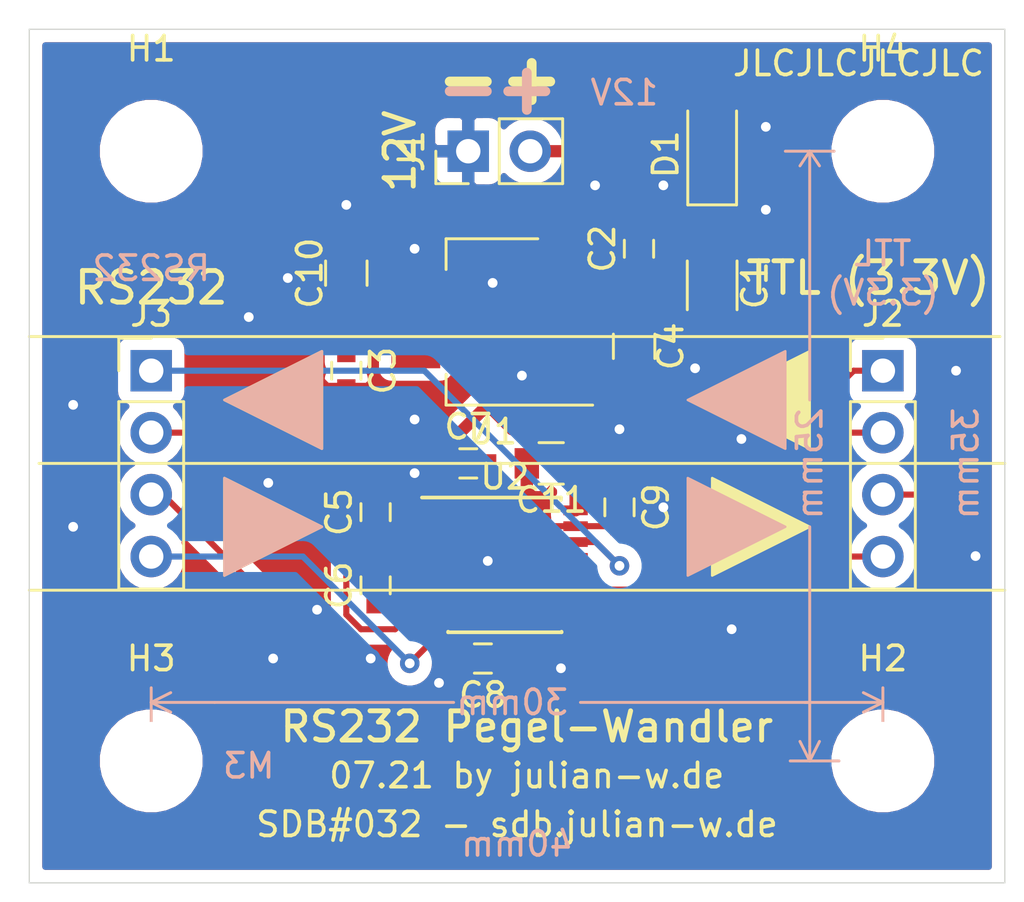
<source format=kicad_pcb>
(kicad_pcb (version 20171130) (host pcbnew "(5.1.10)-1")

  (general
    (thickness 1.6)
    (drawings 53)
    (tracks 160)
    (zones 0)
    (modules 21)
    (nets 19)
  )

  (page A4)
  (layers
    (0 F.Cu signal)
    (31 B.Cu signal)
    (32 B.Adhes user)
    (33 F.Adhes user)
    (34 B.Paste user)
    (35 F.Paste user)
    (36 B.SilkS user)
    (37 F.SilkS user)
    (38 B.Mask user)
    (39 F.Mask user)
    (40 Dwgs.User user)
    (41 Cmts.User user)
    (42 Eco1.User user)
    (43 Eco2.User user)
    (44 Edge.Cuts user)
    (45 Margin user)
    (46 B.CrtYd user)
    (47 F.CrtYd user)
    (48 B.Fab user)
    (49 F.Fab user)
  )

  (setup
    (last_trace_width 0.25)
    (user_trace_width 0.5)
    (trace_clearance 0.2)
    (zone_clearance 0.508)
    (zone_45_only no)
    (trace_min 0.2)
    (via_size 0.8)
    (via_drill 0.4)
    (via_min_size 0.4)
    (via_min_drill 0.3)
    (uvia_size 0.3)
    (uvia_drill 0.1)
    (uvias_allowed no)
    (uvia_min_size 0.2)
    (uvia_min_drill 0.1)
    (edge_width 0.05)
    (segment_width 0.2)
    (pcb_text_width 0.3)
    (pcb_text_size 1.5 1.5)
    (mod_edge_width 0.12)
    (mod_text_size 1 1)
    (mod_text_width 0.15)
    (pad_size 1.524 1.524)
    (pad_drill 0.762)
    (pad_to_mask_clearance 0)
    (aux_axis_origin 0 0)
    (visible_elements FFFFFF7F)
    (pcbplotparams
      (layerselection 0x010fc_ffffffff)
      (usegerberextensions true)
      (usegerberattributes false)
      (usegerberadvancedattributes false)
      (creategerberjobfile false)
      (excludeedgelayer true)
      (linewidth 0.100000)
      (plotframeref false)
      (viasonmask false)
      (mode 1)
      (useauxorigin false)
      (hpglpennumber 1)
      (hpglpenspeed 20)
      (hpglpendiameter 15.000000)
      (psnegative false)
      (psa4output false)
      (plotreference false)
      (plotvalue false)
      (plotinvisibletext false)
      (padsonsilk false)
      (subtractmaskfromsilk true)
      (outputformat 1)
      (mirror false)
      (drillshape 0)
      (scaleselection 1)
      (outputdirectory "gerber/"))
  )

  (net 0 "")
  (net 1 "Net-(C1-Pad1)")
  (net 2 GND)
  (net 3 +3V3)
  (net 4 "Net-(C5-Pad2)")
  (net 5 "Net-(C5-Pad1)")
  (net 6 "Net-(C6-Pad2)")
  (net 7 "Net-(C6-Pad1)")
  (net 8 "Net-(C7-Pad2)")
  (net 9 "Net-(C8-Pad2)")
  (net 10 +12V)
  (net 11 "Net-(J2-Pad4)")
  (net 12 "Net-(J2-Pad3)")
  (net 13 "Net-(J2-Pad2)")
  (net 14 "Net-(J2-Pad1)")
  (net 15 "Net-(J3-Pad4)")
  (net 16 "Net-(J3-Pad3)")
  (net 17 "Net-(J3-Pad2)")
  (net 18 "Net-(J3-Pad1)")

  (net_class Default "This is the default net class."
    (clearance 0.2)
    (trace_width 0.25)
    (via_dia 0.8)
    (via_drill 0.4)
    (uvia_dia 0.3)
    (uvia_drill 0.1)
    (add_net +12V)
    (add_net +3V3)
    (add_net GND)
    (add_net "Net-(C1-Pad1)")
    (add_net "Net-(C5-Pad1)")
    (add_net "Net-(C5-Pad2)")
    (add_net "Net-(C6-Pad1)")
    (add_net "Net-(C6-Pad2)")
    (add_net "Net-(C7-Pad2)")
    (add_net "Net-(C8-Pad2)")
    (add_net "Net-(J2-Pad1)")
    (add_net "Net-(J2-Pad2)")
    (add_net "Net-(J2-Pad3)")
    (add_net "Net-(J2-Pad4)")
    (add_net "Net-(J3-Pad1)")
    (add_net "Net-(J3-Pad2)")
    (add_net "Net-(J3-Pad3)")
    (add_net "Net-(J3-Pad4)")
  )

  (module Housings_SSOP:SSOP-16_4.4x5.2mm_Pitch0.65mm (layer F.Cu) (tedit 57AFAF45) (tstamp 60F846B7)
    (at 69.5 137)
    (descr "SSOP16: plastic shrink small outline package; 16 leads; body width 4.4 mm; (see NXP SSOP-TSSOP-VSO-REFLOW.pdf and sot369-1_po.pdf)")
    (tags "SSOP 0.65")
    (path /60F8D8D4)
    (attr smd)
    (fp_text reference U2 (at 0 -3.65) (layer F.SilkS)
      (effects (font (size 1 1) (thickness 0.15)))
    )
    (fp_text value MAX3232 (at 0 3.65) (layer F.Fab)
      (effects (font (size 1 1) (thickness 0.15)))
    )
    (fp_line (start -2.325 2.725) (end 2.325 2.725) (layer F.SilkS) (width 0.15))
    (fp_line (start -3.4 -2.8) (end 2.3 -2.8) (layer F.SilkS) (width 0.15))
    (fp_line (start -2.325 2.725) (end -2.325 2.7) (layer F.SilkS) (width 0.15))
    (fp_line (start 2.325 2.725) (end 2.325 2.7) (layer F.SilkS) (width 0.15))
    (fp_line (start 2.3 -2.8) (end 2.3 -2.7) (layer F.SilkS) (width 0.15))
    (fp_line (start -3.65 2.9) (end 3.65 2.9) (layer F.CrtYd) (width 0.05))
    (fp_line (start -3.65 -2.9) (end 3.65 -2.9) (layer F.CrtYd) (width 0.05))
    (fp_line (start 3.65 -2.9) (end 3.65 2.9) (layer F.CrtYd) (width 0.05))
    (fp_line (start -3.65 -2.9) (end -3.65 2.9) (layer F.CrtYd) (width 0.05))
    (fp_line (start -2.2 -1.6) (end -1.2 -2.6) (layer F.Fab) (width 0.15))
    (fp_line (start -2.2 2.6) (end -2.2 -1.6) (layer F.Fab) (width 0.15))
    (fp_line (start 2.2 2.6) (end -2.2 2.6) (layer F.Fab) (width 0.15))
    (fp_line (start 2.2 -2.6) (end 2.2 2.6) (layer F.Fab) (width 0.15))
    (fp_line (start -1.2 -2.6) (end 2.2 -2.6) (layer F.Fab) (width 0.15))
    (fp_text user %R (at 0 0) (layer F.Fab)
      (effects (font (size 0.8 0.8) (thickness 0.15)))
    )
    (pad 1 smd rect (at -2.9 -2.275) (size 1 0.4) (layers F.Cu F.Paste F.Mask)
      (net 4 "Net-(C5-Pad2)"))
    (pad 2 smd rect (at -2.9 -1.625) (size 1 0.4) (layers F.Cu F.Paste F.Mask)
      (net 8 "Net-(C7-Pad2)"))
    (pad 3 smd rect (at -2.9 -0.975) (size 1 0.4) (layers F.Cu F.Paste F.Mask)
      (net 5 "Net-(C5-Pad1)"))
    (pad 4 smd rect (at -2.9 -0.325) (size 1 0.4) (layers F.Cu F.Paste F.Mask)
      (net 6 "Net-(C6-Pad2)"))
    (pad 5 smd rect (at -2.9 0.325) (size 1 0.4) (layers F.Cu F.Paste F.Mask)
      (net 7 "Net-(C6-Pad1)"))
    (pad 6 smd rect (at -2.9 0.975) (size 1 0.4) (layers F.Cu F.Paste F.Mask)
      (net 9 "Net-(C8-Pad2)"))
    (pad 7 smd rect (at -2.9 1.625) (size 1 0.4) (layers F.Cu F.Paste F.Mask)
      (net 17 "Net-(J3-Pad2)"))
    (pad 8 smd rect (at -2.9 2.275) (size 1 0.4) (layers F.Cu F.Paste F.Mask)
      (net 15 "Net-(J3-Pad4)"))
    (pad 9 smd rect (at 2.9 2.275) (size 1 0.4) (layers F.Cu F.Paste F.Mask)
      (net 11 "Net-(J2-Pad4)"))
    (pad 10 smd rect (at 2.9 1.625) (size 1 0.4) (layers F.Cu F.Paste F.Mask)
      (net 13 "Net-(J2-Pad2)"))
    (pad 11 smd rect (at 2.9 0.975) (size 1 0.4) (layers F.Cu F.Paste F.Mask)
      (net 14 "Net-(J2-Pad1)"))
    (pad 12 smd rect (at 2.9 0.325) (size 1 0.4) (layers F.Cu F.Paste F.Mask)
      (net 12 "Net-(J2-Pad3)"))
    (pad 13 smd rect (at 2.9 -0.325) (size 1 0.4) (layers F.Cu F.Paste F.Mask)
      (net 16 "Net-(J3-Pad3)"))
    (pad 14 smd rect (at 2.9 -0.975) (size 1 0.4) (layers F.Cu F.Paste F.Mask)
      (net 18 "Net-(J3-Pad1)"))
    (pad 15 smd rect (at 2.9 -1.625) (size 1 0.4) (layers F.Cu F.Paste F.Mask)
      (net 2 GND))
    (pad 16 smd rect (at 2.9 -2.275) (size 1 0.4) (layers F.Cu F.Paste F.Mask)
      (net 3 +3V3))
    (model ${KISYS3DMOD}/Housings_SSOP.3dshapes/SSOP-16_4.4x5.2mm_Pitch0.65mm.wrl
      (at (xyz 0 0 0))
      (scale (xyz 1 1 1))
      (rotate (xyz 0 0 0))
    )
  )

  (module Package_TO_SOT_SMD:SOT-223-3_TabPin2 (layer F.Cu) (tedit 5A02FF57) (tstamp 60F846B4)
    (at 69 127 180)
    (descr "module CMS SOT223 4 pins")
    (tags "CMS SOT")
    (path /60FA2A9E)
    (attr smd)
    (fp_text reference U1 (at 0 -4.5) (layer F.SilkS)
      (effects (font (size 1 1) (thickness 0.15)))
    )
    (fp_text value AMS1117-3.3 (at 0 4.5) (layer F.Fab)
      (effects (font (size 1 1) (thickness 0.15)))
    )
    (fp_text user %R (at 0 0 90) (layer F.Fab)
      (effects (font (size 0.8 0.8) (thickness 0.12)))
    )
    (fp_line (start 1.91 3.41) (end 1.91 2.15) (layer F.SilkS) (width 0.12))
    (fp_line (start 1.91 -3.41) (end 1.91 -2.15) (layer F.SilkS) (width 0.12))
    (fp_line (start 4.4 -3.6) (end -4.4 -3.6) (layer F.CrtYd) (width 0.05))
    (fp_line (start 4.4 3.6) (end 4.4 -3.6) (layer F.CrtYd) (width 0.05))
    (fp_line (start -4.4 3.6) (end 4.4 3.6) (layer F.CrtYd) (width 0.05))
    (fp_line (start -4.4 -3.6) (end -4.4 3.6) (layer F.CrtYd) (width 0.05))
    (fp_line (start -1.85 -2.35) (end -0.85 -3.35) (layer F.Fab) (width 0.1))
    (fp_line (start -1.85 -2.35) (end -1.85 3.35) (layer F.Fab) (width 0.1))
    (fp_line (start -1.85 3.41) (end 1.91 3.41) (layer F.SilkS) (width 0.12))
    (fp_line (start -0.85 -3.35) (end 1.85 -3.35) (layer F.Fab) (width 0.1))
    (fp_line (start -4.1 -3.41) (end 1.91 -3.41) (layer F.SilkS) (width 0.12))
    (fp_line (start -1.85 3.35) (end 1.85 3.35) (layer F.Fab) (width 0.1))
    (fp_line (start 1.85 -3.35) (end 1.85 3.35) (layer F.Fab) (width 0.1))
    (pad 1 smd rect (at -3.15 -2.3 180) (size 2 1.5) (layers F.Cu F.Paste F.Mask)
      (net 2 GND))
    (pad 3 smd rect (at -3.15 2.3 180) (size 2 1.5) (layers F.Cu F.Paste F.Mask)
      (net 1 "Net-(C1-Pad1)"))
    (pad 2 smd rect (at -3.15 0 180) (size 2 1.5) (layers F.Cu F.Paste F.Mask)
      (net 3 +3V3))
    (pad 2 smd rect (at 3.15 0 180) (size 2 3.8) (layers F.Cu F.Paste F.Mask)
      (net 3 +3V3))
    (model ${KISYS3DMOD}/Package_TO_SOT_SMD.3dshapes/SOT-223.wrl
      (at (xyz 0 0 0))
      (scale (xyz 1 1 1))
      (rotate (xyz 0 0 0))
    )
  )

  (module Connector_PinHeader_2.54mm:PinHeader_1x04_P2.54mm_Vertical (layer F.Cu) (tedit 59FED5CC) (tstamp 60F8469E)
    (at 55 129)
    (descr "Through hole straight pin header, 1x04, 2.54mm pitch, single row")
    (tags "Through hole pin header THT 1x04 2.54mm single row")
    (path /60F918EB)
    (fp_text reference J3 (at 0 -2.33) (layer F.SilkS)
      (effects (font (size 1 1) (thickness 0.15)))
    )
    (fp_text value RS232 (at 0 9.95) (layer F.Fab)
      (effects (font (size 1 1) (thickness 0.15)))
    )
    (fp_text user %R (at 0 3.81 90) (layer F.Fab)
      (effects (font (size 1 1) (thickness 0.15)))
    )
    (fp_line (start -0.635 -1.27) (end 1.27 -1.27) (layer F.Fab) (width 0.1))
    (fp_line (start 1.27 -1.27) (end 1.27 8.89) (layer F.Fab) (width 0.1))
    (fp_line (start 1.27 8.89) (end -1.27 8.89) (layer F.Fab) (width 0.1))
    (fp_line (start -1.27 8.89) (end -1.27 -0.635) (layer F.Fab) (width 0.1))
    (fp_line (start -1.27 -0.635) (end -0.635 -1.27) (layer F.Fab) (width 0.1))
    (fp_line (start -1.33 8.95) (end 1.33 8.95) (layer F.SilkS) (width 0.12))
    (fp_line (start -1.33 1.27) (end -1.33 8.95) (layer F.SilkS) (width 0.12))
    (fp_line (start 1.33 1.27) (end 1.33 8.95) (layer F.SilkS) (width 0.12))
    (fp_line (start -1.33 1.27) (end 1.33 1.27) (layer F.SilkS) (width 0.12))
    (fp_line (start -1.33 0) (end -1.33 -1.33) (layer F.SilkS) (width 0.12))
    (fp_line (start -1.33 -1.33) (end 0 -1.33) (layer F.SilkS) (width 0.12))
    (fp_line (start -1.8 -1.8) (end -1.8 9.4) (layer F.CrtYd) (width 0.05))
    (fp_line (start -1.8 9.4) (end 1.8 9.4) (layer F.CrtYd) (width 0.05))
    (fp_line (start 1.8 9.4) (end 1.8 -1.8) (layer F.CrtYd) (width 0.05))
    (fp_line (start 1.8 -1.8) (end -1.8 -1.8) (layer F.CrtYd) (width 0.05))
    (pad 4 thru_hole oval (at 0 7.62) (size 1.7 1.7) (drill 1) (layers *.Cu *.Mask)
      (net 15 "Net-(J3-Pad4)"))
    (pad 3 thru_hole oval (at 0 5.08) (size 1.7 1.7) (drill 1) (layers *.Cu *.Mask)
      (net 16 "Net-(J3-Pad3)"))
    (pad 2 thru_hole oval (at 0 2.54) (size 1.7 1.7) (drill 1) (layers *.Cu *.Mask)
      (net 17 "Net-(J3-Pad2)"))
    (pad 1 thru_hole rect (at 0 0) (size 1.7 1.7) (drill 1) (layers *.Cu *.Mask)
      (net 18 "Net-(J3-Pad1)"))
    (model ${KISYS3DMOD}/Connector_PinHeader_2.54mm.3dshapes/PinHeader_1x04_P2.54mm_Vertical.wrl
      (at (xyz 0 0 0))
      (scale (xyz 1 1 1))
      (rotate (xyz 0 0 0))
    )
  )

  (module Connector_PinHeader_2.54mm:PinHeader_1x04_P2.54mm_Vertical (layer F.Cu) (tedit 59FED5CC) (tstamp 60F84686)
    (at 85 129)
    (descr "Through hole straight pin header, 1x04, 2.54mm pitch, single row")
    (tags "Through hole pin header THT 1x04 2.54mm single row")
    (path /60F96A27)
    (fp_text reference J2 (at 0 -2.33) (layer F.SilkS)
      (effects (font (size 1 1) (thickness 0.15)))
    )
    (fp_text value TTL (at 0 9.95) (layer F.Fab)
      (effects (font (size 1 1) (thickness 0.15)))
    )
    (fp_text user %R (at 0 3.81 90) (layer F.Fab)
      (effects (font (size 1 1) (thickness 0.15)))
    )
    (fp_line (start -0.635 -1.27) (end 1.27 -1.27) (layer F.Fab) (width 0.1))
    (fp_line (start 1.27 -1.27) (end 1.27 8.89) (layer F.Fab) (width 0.1))
    (fp_line (start 1.27 8.89) (end -1.27 8.89) (layer F.Fab) (width 0.1))
    (fp_line (start -1.27 8.89) (end -1.27 -0.635) (layer F.Fab) (width 0.1))
    (fp_line (start -1.27 -0.635) (end -0.635 -1.27) (layer F.Fab) (width 0.1))
    (fp_line (start -1.33 8.95) (end 1.33 8.95) (layer F.SilkS) (width 0.12))
    (fp_line (start -1.33 1.27) (end -1.33 8.95) (layer F.SilkS) (width 0.12))
    (fp_line (start 1.33 1.27) (end 1.33 8.95) (layer F.SilkS) (width 0.12))
    (fp_line (start -1.33 1.27) (end 1.33 1.27) (layer F.SilkS) (width 0.12))
    (fp_line (start -1.33 0) (end -1.33 -1.33) (layer F.SilkS) (width 0.12))
    (fp_line (start -1.33 -1.33) (end 0 -1.33) (layer F.SilkS) (width 0.12))
    (fp_line (start -1.8 -1.8) (end -1.8 9.4) (layer F.CrtYd) (width 0.05))
    (fp_line (start -1.8 9.4) (end 1.8 9.4) (layer F.CrtYd) (width 0.05))
    (fp_line (start 1.8 9.4) (end 1.8 -1.8) (layer F.CrtYd) (width 0.05))
    (fp_line (start 1.8 -1.8) (end -1.8 -1.8) (layer F.CrtYd) (width 0.05))
    (pad 4 thru_hole oval (at 0 7.62) (size 1.7 1.7) (drill 1) (layers *.Cu *.Mask)
      (net 11 "Net-(J2-Pad4)"))
    (pad 3 thru_hole oval (at 0 5.08) (size 1.7 1.7) (drill 1) (layers *.Cu *.Mask)
      (net 12 "Net-(J2-Pad3)"))
    (pad 2 thru_hole oval (at 0 2.54) (size 1.7 1.7) (drill 1) (layers *.Cu *.Mask)
      (net 13 "Net-(J2-Pad2)"))
    (pad 1 thru_hole rect (at 0 0) (size 1.7 1.7) (drill 1) (layers *.Cu *.Mask)
      (net 14 "Net-(J2-Pad1)"))
    (model ${KISYS3DMOD}/Connector_PinHeader_2.54mm.3dshapes/PinHeader_1x04_P2.54mm_Vertical.wrl
      (at (xyz 0 0 0))
      (scale (xyz 1 1 1))
      (rotate (xyz 0 0 0))
    )
  )

  (module Connector_PinHeader_2.54mm:PinHeader_1x02_P2.54mm_Vertical (layer F.Cu) (tedit 59FED5CC) (tstamp 60F8466E)
    (at 68 120 90)
    (descr "Through hole straight pin header, 1x02, 2.54mm pitch, single row")
    (tags "Through hole pin header THT 1x02 2.54mm single row")
    (path /60F9DB14)
    (fp_text reference J1 (at 0 -2.33 90) (layer F.SilkS)
      (effects (font (size 1 1) (thickness 0.15)))
    )
    (fp_text value Conn_01x02 (at 0 4.87 90) (layer F.Fab)
      (effects (font (size 1 1) (thickness 0.15)))
    )
    (fp_text user %R (at 0 1.27) (layer F.Fab)
      (effects (font (size 1 1) (thickness 0.15)))
    )
    (fp_line (start -0.635 -1.27) (end 1.27 -1.27) (layer F.Fab) (width 0.1))
    (fp_line (start 1.27 -1.27) (end 1.27 3.81) (layer F.Fab) (width 0.1))
    (fp_line (start 1.27 3.81) (end -1.27 3.81) (layer F.Fab) (width 0.1))
    (fp_line (start -1.27 3.81) (end -1.27 -0.635) (layer F.Fab) (width 0.1))
    (fp_line (start -1.27 -0.635) (end -0.635 -1.27) (layer F.Fab) (width 0.1))
    (fp_line (start -1.33 3.87) (end 1.33 3.87) (layer F.SilkS) (width 0.12))
    (fp_line (start -1.33 1.27) (end -1.33 3.87) (layer F.SilkS) (width 0.12))
    (fp_line (start 1.33 1.27) (end 1.33 3.87) (layer F.SilkS) (width 0.12))
    (fp_line (start -1.33 1.27) (end 1.33 1.27) (layer F.SilkS) (width 0.12))
    (fp_line (start -1.33 0) (end -1.33 -1.33) (layer F.SilkS) (width 0.12))
    (fp_line (start -1.33 -1.33) (end 0 -1.33) (layer F.SilkS) (width 0.12))
    (fp_line (start -1.8 -1.8) (end -1.8 4.35) (layer F.CrtYd) (width 0.05))
    (fp_line (start -1.8 4.35) (end 1.8 4.35) (layer F.CrtYd) (width 0.05))
    (fp_line (start 1.8 4.35) (end 1.8 -1.8) (layer F.CrtYd) (width 0.05))
    (fp_line (start 1.8 -1.8) (end -1.8 -1.8) (layer F.CrtYd) (width 0.05))
    (pad 2 thru_hole oval (at 0 2.54 90) (size 1.7 1.7) (drill 1) (layers *.Cu *.Mask)
      (net 10 +12V))
    (pad 1 thru_hole rect (at 0 0 90) (size 1.7 1.7) (drill 1) (layers *.Cu *.Mask)
      (net 2 GND))
    (model ${KISYS3DMOD}/Connector_PinHeader_2.54mm.3dshapes/PinHeader_1x02_P2.54mm_Vertical.wrl
      (at (xyz 0 0 0))
      (scale (xyz 1 1 1))
      (rotate (xyz 0 0 0))
    )
  )

  (module Mounting_Holes:MountingHole_3.2mm_M3 (layer F.Cu) (tedit 56D1B4CB) (tstamp 60F84658)
    (at 85 120)
    (descr "Mounting Hole 3.2mm, no annular, M3")
    (tags "mounting hole 3.2mm no annular m3")
    (path /60FC0741)
    (attr virtual)
    (fp_text reference H4 (at 0 -4.2) (layer F.SilkS)
      (effects (font (size 1 1) (thickness 0.15)))
    )
    (fp_text value MountingHole (at 0 4.2) (layer F.Fab)
      (effects (font (size 1 1) (thickness 0.15)))
    )
    (fp_circle (center 0 0) (end 3.45 0) (layer F.CrtYd) (width 0.05))
    (fp_circle (center 0 0) (end 3.2 0) (layer Cmts.User) (width 0.15))
    (fp_text user %R (at 0.3 0) (layer F.Fab)
      (effects (font (size 1 1) (thickness 0.15)))
    )
    (pad 1 np_thru_hole circle (at 0 0) (size 3.2 3.2) (drill 3.2) (layers *.Cu *.Mask))
  )

  (module Mounting_Holes:MountingHole_3.2mm_M3 (layer F.Cu) (tedit 56D1B4CB) (tstamp 60F84655)
    (at 55 145)
    (descr "Mounting Hole 3.2mm, no annular, M3")
    (tags "mounting hole 3.2mm no annular m3")
    (path /60FBF260)
    (attr virtual)
    (fp_text reference H3 (at 0 -4.2) (layer F.SilkS)
      (effects (font (size 1 1) (thickness 0.15)))
    )
    (fp_text value MountingHole (at 0 4.2) (layer F.Fab)
      (effects (font (size 1 1) (thickness 0.15)))
    )
    (fp_circle (center 0 0) (end 3.45 0) (layer F.CrtYd) (width 0.05))
    (fp_circle (center 0 0) (end 3.2 0) (layer Cmts.User) (width 0.15))
    (fp_text user %R (at 0.3 0) (layer F.Fab)
      (effects (font (size 1 1) (thickness 0.15)))
    )
    (pad 1 np_thru_hole circle (at 0 0) (size 3.2 3.2) (drill 3.2) (layers *.Cu *.Mask))
  )

  (module Mounting_Holes:MountingHole_3.2mm_M3 (layer F.Cu) (tedit 56D1B4CB) (tstamp 60F84652)
    (at 85 145)
    (descr "Mounting Hole 3.2mm, no annular, M3")
    (tags "mounting hole 3.2mm no annular m3")
    (path /60FBDECD)
    (attr virtual)
    (fp_text reference H2 (at 0 -4.2) (layer F.SilkS)
      (effects (font (size 1 1) (thickness 0.15)))
    )
    (fp_text value MountingHole (at 0 4.2) (layer F.Fab)
      (effects (font (size 1 1) (thickness 0.15)))
    )
    (fp_circle (center 0 0) (end 3.45 0) (layer F.CrtYd) (width 0.05))
    (fp_circle (center 0 0) (end 3.2 0) (layer Cmts.User) (width 0.15))
    (fp_text user %R (at 0.3 0) (layer F.Fab)
      (effects (font (size 1 1) (thickness 0.15)))
    )
    (pad 1 np_thru_hole circle (at 0 0) (size 3.2 3.2) (drill 3.2) (layers *.Cu *.Mask))
  )

  (module Mounting_Holes:MountingHole_3.2mm_M3 (layer F.Cu) (tedit 56D1B4CB) (tstamp 60F8464F)
    (at 55 120)
    (descr "Mounting Hole 3.2mm, no annular, M3")
    (tags "mounting hole 3.2mm no annular m3")
    (path /60FBD518)
    (attr virtual)
    (fp_text reference H1 (at 0 -4.2) (layer F.SilkS)
      (effects (font (size 1 1) (thickness 0.15)))
    )
    (fp_text value MountingHole (at 0 4.2) (layer F.Fab)
      (effects (font (size 1 1) (thickness 0.15)))
    )
    (fp_circle (center 0 0) (end 3.45 0) (layer F.CrtYd) (width 0.05))
    (fp_circle (center 0 0) (end 3.2 0) (layer Cmts.User) (width 0.15))
    (fp_text user %R (at 0.3 0) (layer F.Fab)
      (effects (font (size 1 1) (thickness 0.15)))
    )
    (pad 1 np_thru_hole circle (at 0 0) (size 3.2 3.2) (drill 3.2) (layers *.Cu *.Mask))
  )

  (module Diodes_SMD:D_SOD-123F (layer F.Cu) (tedit 587F7769) (tstamp 60F8464C)
    (at 78 120 90)
    (descr D_SOD-123F)
    (tags D_SOD-123F)
    (path /60FA0D3A)
    (attr smd)
    (fp_text reference D1 (at -0.127 -1.905 90) (layer F.SilkS)
      (effects (font (size 1 1) (thickness 0.15)))
    )
    (fp_text value D (at 0 2.1 90) (layer F.Fab)
      (effects (font (size 1 1) (thickness 0.15)))
    )
    (fp_line (start -2.2 -1) (end 1.65 -1) (layer F.SilkS) (width 0.12))
    (fp_line (start -2.2 1) (end 1.65 1) (layer F.SilkS) (width 0.12))
    (fp_line (start -2.2 -1.15) (end -2.2 1.15) (layer F.CrtYd) (width 0.05))
    (fp_line (start 2.2 1.15) (end -2.2 1.15) (layer F.CrtYd) (width 0.05))
    (fp_line (start 2.2 -1.15) (end 2.2 1.15) (layer F.CrtYd) (width 0.05))
    (fp_line (start -2.2 -1.15) (end 2.2 -1.15) (layer F.CrtYd) (width 0.05))
    (fp_line (start -1.4 -0.9) (end 1.4 -0.9) (layer F.Fab) (width 0.1))
    (fp_line (start 1.4 -0.9) (end 1.4 0.9) (layer F.Fab) (width 0.1))
    (fp_line (start 1.4 0.9) (end -1.4 0.9) (layer F.Fab) (width 0.1))
    (fp_line (start -1.4 0.9) (end -1.4 -0.9) (layer F.Fab) (width 0.1))
    (fp_line (start -0.75 0) (end -0.35 0) (layer F.Fab) (width 0.1))
    (fp_line (start -0.35 0) (end -0.35 -0.55) (layer F.Fab) (width 0.1))
    (fp_line (start -0.35 0) (end -0.35 0.55) (layer F.Fab) (width 0.1))
    (fp_line (start -0.35 0) (end 0.25 -0.4) (layer F.Fab) (width 0.1))
    (fp_line (start 0.25 -0.4) (end 0.25 0.4) (layer F.Fab) (width 0.1))
    (fp_line (start 0.25 0.4) (end -0.35 0) (layer F.Fab) (width 0.1))
    (fp_line (start 0.25 0) (end 0.75 0) (layer F.Fab) (width 0.1))
    (fp_line (start -2.2 -1) (end -2.2 1) (layer F.SilkS) (width 0.12))
    (fp_text user %R (at -0.127 -1.905 90) (layer F.Fab)
      (effects (font (size 1 1) (thickness 0.15)))
    )
    (pad 1 smd rect (at -1.4 0 90) (size 1.1 1.1) (layers F.Cu F.Paste F.Mask)
      (net 1 "Net-(C1-Pad1)"))
    (pad 2 smd rect (at 1.4 0 90) (size 1.1 1.1) (layers F.Cu F.Paste F.Mask)
      (net 10 +12V))
    (model ${KISYS3DMOD}/Diodes_SMD.3dshapes/D_SOD-123F.wrl
      (at (xyz 0 0 0))
      (scale (xyz 1 1 1))
      (rotate (xyz 0 0 0))
    )
  )

  (module Capacitors_SMD:C_0805 (layer F.Cu) (tedit 58AA8463) (tstamp 60F84BB3)
    (at 71.4 132.8 180)
    (descr "Capacitor SMD 0805, reflow soldering, AVX (see smccp.pdf)")
    (tags "capacitor 0805")
    (path /60F8D991)
    (attr smd)
    (fp_text reference C11 (at 0 -1.5) (layer F.SilkS)
      (effects (font (size 1 1) (thickness 0.15)))
    )
    (fp_text value 10u (at 0 1.75) (layer F.Fab)
      (effects (font (size 1 1) (thickness 0.15)))
    )
    (fp_line (start 1.75 0.87) (end -1.75 0.87) (layer F.CrtYd) (width 0.05))
    (fp_line (start 1.75 0.87) (end 1.75 -0.88) (layer F.CrtYd) (width 0.05))
    (fp_line (start -1.75 -0.88) (end -1.75 0.87) (layer F.CrtYd) (width 0.05))
    (fp_line (start -1.75 -0.88) (end 1.75 -0.88) (layer F.CrtYd) (width 0.05))
    (fp_line (start -0.5 0.85) (end 0.5 0.85) (layer F.SilkS) (width 0.12))
    (fp_line (start 0.5 -0.85) (end -0.5 -0.85) (layer F.SilkS) (width 0.12))
    (fp_line (start -1 -0.62) (end 1 -0.62) (layer F.Fab) (width 0.1))
    (fp_line (start 1 -0.62) (end 1 0.62) (layer F.Fab) (width 0.1))
    (fp_line (start 1 0.62) (end -1 0.62) (layer F.Fab) (width 0.1))
    (fp_line (start -1 0.62) (end -1 -0.62) (layer F.Fab) (width 0.1))
    (fp_text user %R (at 0 -1.5) (layer F.Fab)
      (effects (font (size 1 1) (thickness 0.15)))
    )
    (pad 1 smd rect (at -1 0 180) (size 1 1.25) (layers F.Cu F.Paste F.Mask)
      (net 3 +3V3))
    (pad 2 smd rect (at 1 0 180) (size 1 1.25) (layers F.Cu F.Paste F.Mask)
      (net 2 GND))
    (model Capacitors_SMD.3dshapes/C_0805.wrl
      (at (xyz 0 0 0))
      (scale (xyz 1 1 1))
      (rotate (xyz 0 0 0))
    )
  )

  (module Capacitors_SMD:C_0805 (layer F.Cu) (tedit 58AA8463) (tstamp 60F84646)
    (at 63 125 90)
    (descr "Capacitor SMD 0805, reflow soldering, AVX (see smccp.pdf)")
    (tags "capacitor 0805")
    (path /60F8D97D)
    (attr smd)
    (fp_text reference C10 (at 0 -1.5 90) (layer F.SilkS)
      (effects (font (size 1 1) (thickness 0.15)))
    )
    (fp_text value 10u (at 0 1.75 90) (layer F.Fab)
      (effects (font (size 1 1) (thickness 0.15)))
    )
    (fp_line (start 1.75 0.87) (end -1.75 0.87) (layer F.CrtYd) (width 0.05))
    (fp_line (start 1.75 0.87) (end 1.75 -0.88) (layer F.CrtYd) (width 0.05))
    (fp_line (start -1.75 -0.88) (end -1.75 0.87) (layer F.CrtYd) (width 0.05))
    (fp_line (start -1.75 -0.88) (end 1.75 -0.88) (layer F.CrtYd) (width 0.05))
    (fp_line (start -0.5 0.85) (end 0.5 0.85) (layer F.SilkS) (width 0.12))
    (fp_line (start 0.5 -0.85) (end -0.5 -0.85) (layer F.SilkS) (width 0.12))
    (fp_line (start -1 -0.62) (end 1 -0.62) (layer F.Fab) (width 0.1))
    (fp_line (start 1 -0.62) (end 1 0.62) (layer F.Fab) (width 0.1))
    (fp_line (start 1 0.62) (end -1 0.62) (layer F.Fab) (width 0.1))
    (fp_line (start -1 0.62) (end -1 -0.62) (layer F.Fab) (width 0.1))
    (fp_text user %R (at 0 -1.5 90) (layer F.Fab)
      (effects (font (size 1 1) (thickness 0.15)))
    )
    (pad 1 smd rect (at -1 0 90) (size 1 1.25) (layers F.Cu F.Paste F.Mask)
      (net 3 +3V3))
    (pad 2 smd rect (at 1 0 90) (size 1 1.25) (layers F.Cu F.Paste F.Mask)
      (net 2 GND))
    (model Capacitors_SMD.3dshapes/C_0805.wrl
      (at (xyz 0 0 0))
      (scale (xyz 1 1 1))
      (rotate (xyz 0 0 0))
    )
  )

  (module Capacitors_SMD:C_0603 (layer F.Cu) (tedit 59958EE7) (tstamp 60F84643)
    (at 74.2 134.6 270)
    (descr "Capacitor SMD 0603, reflow soldering, AVX (see smccp.pdf)")
    (tags "capacitor 0603")
    (path /60F8D91E)
    (attr smd)
    (fp_text reference C9 (at 0 -1.5 90) (layer F.SilkS)
      (effects (font (size 1 1) (thickness 0.15)))
    )
    (fp_text value 100n (at 0 1.5 90) (layer F.Fab)
      (effects (font (size 1 1) (thickness 0.15)))
    )
    (fp_line (start -0.8 0.4) (end -0.8 -0.4) (layer F.Fab) (width 0.1))
    (fp_line (start 0.8 0.4) (end -0.8 0.4) (layer F.Fab) (width 0.1))
    (fp_line (start 0.8 -0.4) (end 0.8 0.4) (layer F.Fab) (width 0.1))
    (fp_line (start -0.8 -0.4) (end 0.8 -0.4) (layer F.Fab) (width 0.1))
    (fp_line (start -0.35 -0.6) (end 0.35 -0.6) (layer F.SilkS) (width 0.12))
    (fp_line (start 0.35 0.6) (end -0.35 0.6) (layer F.SilkS) (width 0.12))
    (fp_line (start -1.4 -0.65) (end 1.4 -0.65) (layer F.CrtYd) (width 0.05))
    (fp_line (start -1.4 -0.65) (end -1.4 0.65) (layer F.CrtYd) (width 0.05))
    (fp_line (start 1.4 0.65) (end 1.4 -0.65) (layer F.CrtYd) (width 0.05))
    (fp_line (start 1.4 0.65) (end -1.4 0.65) (layer F.CrtYd) (width 0.05))
    (fp_text user %R (at 0 0 90) (layer F.Fab)
      (effects (font (size 0.3 0.3) (thickness 0.075)))
    )
    (pad 2 smd rect (at 0.75 0 270) (size 0.8 0.75) (layers F.Cu F.Paste F.Mask)
      (net 2 GND))
    (pad 1 smd rect (at -0.75 0 270) (size 0.8 0.75) (layers F.Cu F.Paste F.Mask)
      (net 3 +3V3))
    (model Capacitors_SMD.3dshapes/C_0603.wrl
      (at (xyz 0 0 0))
      (scale (xyz 1 1 1))
      (rotate (xyz 0 0 0))
    )
  )

  (module Capacitors_SMD:C_0603 (layer F.Cu) (tedit 59958EE7) (tstamp 60F84640)
    (at 68.6 140.8 180)
    (descr "Capacitor SMD 0603, reflow soldering, AVX (see smccp.pdf)")
    (tags "capacitor 0603")
    (path /60F8D8CB)
    (attr smd)
    (fp_text reference C8 (at 0 -1.5) (layer F.SilkS)
      (effects (font (size 1 1) (thickness 0.15)))
    )
    (fp_text value 100n (at 0 1.5) (layer F.Fab)
      (effects (font (size 1 1) (thickness 0.15)))
    )
    (fp_line (start -0.8 0.4) (end -0.8 -0.4) (layer F.Fab) (width 0.1))
    (fp_line (start 0.8 0.4) (end -0.8 0.4) (layer F.Fab) (width 0.1))
    (fp_line (start 0.8 -0.4) (end 0.8 0.4) (layer F.Fab) (width 0.1))
    (fp_line (start -0.8 -0.4) (end 0.8 -0.4) (layer F.Fab) (width 0.1))
    (fp_line (start -0.35 -0.6) (end 0.35 -0.6) (layer F.SilkS) (width 0.12))
    (fp_line (start 0.35 0.6) (end -0.35 0.6) (layer F.SilkS) (width 0.12))
    (fp_line (start -1.4 -0.65) (end 1.4 -0.65) (layer F.CrtYd) (width 0.05))
    (fp_line (start -1.4 -0.65) (end -1.4 0.65) (layer F.CrtYd) (width 0.05))
    (fp_line (start 1.4 0.65) (end 1.4 -0.65) (layer F.CrtYd) (width 0.05))
    (fp_line (start 1.4 0.65) (end -1.4 0.65) (layer F.CrtYd) (width 0.05))
    (fp_text user %R (at 0 0) (layer F.Fab)
      (effects (font (size 0.3 0.3) (thickness 0.075)))
    )
    (pad 2 smd rect (at 0.75 0 180) (size 0.8 0.75) (layers F.Cu F.Paste F.Mask)
      (net 9 "Net-(C8-Pad2)"))
    (pad 1 smd rect (at -0.75 0 180) (size 0.8 0.75) (layers F.Cu F.Paste F.Mask)
      (net 2 GND))
    (model Capacitors_SMD.3dshapes/C_0603.wrl
      (at (xyz 0 0 0))
      (scale (xyz 1 1 1))
      (rotate (xyz 0 0 0))
    )
  )

  (module Capacitors_SMD:C_0603 (layer F.Cu) (tedit 59958EE7) (tstamp 60F8463D)
    (at 68 132.8)
    (descr "Capacitor SMD 0603, reflow soldering, AVX (see smccp.pdf)")
    (tags "capacitor 0603")
    (path /60F8D90C)
    (attr smd)
    (fp_text reference C7 (at 0 -1.5) (layer F.SilkS)
      (effects (font (size 1 1) (thickness 0.15)))
    )
    (fp_text value 100n (at 0 1.5) (layer F.Fab)
      (effects (font (size 1 1) (thickness 0.15)))
    )
    (fp_line (start -0.8 0.4) (end -0.8 -0.4) (layer F.Fab) (width 0.1))
    (fp_line (start 0.8 0.4) (end -0.8 0.4) (layer F.Fab) (width 0.1))
    (fp_line (start 0.8 -0.4) (end 0.8 0.4) (layer F.Fab) (width 0.1))
    (fp_line (start -0.8 -0.4) (end 0.8 -0.4) (layer F.Fab) (width 0.1))
    (fp_line (start -0.35 -0.6) (end 0.35 -0.6) (layer F.SilkS) (width 0.12))
    (fp_line (start 0.35 0.6) (end -0.35 0.6) (layer F.SilkS) (width 0.12))
    (fp_line (start -1.4 -0.65) (end 1.4 -0.65) (layer F.CrtYd) (width 0.05))
    (fp_line (start -1.4 -0.65) (end -1.4 0.65) (layer F.CrtYd) (width 0.05))
    (fp_line (start 1.4 0.65) (end 1.4 -0.65) (layer F.CrtYd) (width 0.05))
    (fp_line (start 1.4 0.65) (end -1.4 0.65) (layer F.CrtYd) (width 0.05))
    (fp_text user %R (at 0 0) (layer F.Fab)
      (effects (font (size 0.3 0.3) (thickness 0.075)))
    )
    (pad 2 smd rect (at 0.75 0) (size 0.8 0.75) (layers F.Cu F.Paste F.Mask)
      (net 8 "Net-(C7-Pad2)"))
    (pad 1 smd rect (at -0.75 0) (size 0.8 0.75) (layers F.Cu F.Paste F.Mask)
      (net 3 +3V3))
    (model Capacitors_SMD.3dshapes/C_0603.wrl
      (at (xyz 0 0 0))
      (scale (xyz 1 1 1))
      (rotate (xyz 0 0 0))
    )
  )

  (module Capacitors_SMD:C_0603 (layer F.Cu) (tedit 59958EE7) (tstamp 60F8463A)
    (at 64.2 137.8 90)
    (descr "Capacitor SMD 0603, reflow soldering, AVX (see smccp.pdf)")
    (tags "capacitor 0603")
    (path /60F8D912)
    (attr smd)
    (fp_text reference C6 (at 0 -1.5 90) (layer F.SilkS)
      (effects (font (size 1 1) (thickness 0.15)))
    )
    (fp_text value 100n (at 0 1.5 90) (layer F.Fab)
      (effects (font (size 1 1) (thickness 0.15)))
    )
    (fp_line (start -0.8 0.4) (end -0.8 -0.4) (layer F.Fab) (width 0.1))
    (fp_line (start 0.8 0.4) (end -0.8 0.4) (layer F.Fab) (width 0.1))
    (fp_line (start 0.8 -0.4) (end 0.8 0.4) (layer F.Fab) (width 0.1))
    (fp_line (start -0.8 -0.4) (end 0.8 -0.4) (layer F.Fab) (width 0.1))
    (fp_line (start -0.35 -0.6) (end 0.35 -0.6) (layer F.SilkS) (width 0.12))
    (fp_line (start 0.35 0.6) (end -0.35 0.6) (layer F.SilkS) (width 0.12))
    (fp_line (start -1.4 -0.65) (end 1.4 -0.65) (layer F.CrtYd) (width 0.05))
    (fp_line (start -1.4 -0.65) (end -1.4 0.65) (layer F.CrtYd) (width 0.05))
    (fp_line (start 1.4 0.65) (end 1.4 -0.65) (layer F.CrtYd) (width 0.05))
    (fp_line (start 1.4 0.65) (end -1.4 0.65) (layer F.CrtYd) (width 0.05))
    (fp_text user %R (at 0 0 90) (layer F.Fab)
      (effects (font (size 0.3 0.3) (thickness 0.075)))
    )
    (pad 2 smd rect (at 0.75 0 90) (size 0.8 0.75) (layers F.Cu F.Paste F.Mask)
      (net 6 "Net-(C6-Pad2)"))
    (pad 1 smd rect (at -0.75 0 90) (size 0.8 0.75) (layers F.Cu F.Paste F.Mask)
      (net 7 "Net-(C6-Pad1)"))
    (model Capacitors_SMD.3dshapes/C_0603.wrl
      (at (xyz 0 0 0))
      (scale (xyz 1 1 1))
      (rotate (xyz 0 0 0))
    )
  )

  (module Capacitors_SMD:C_0603 (layer F.Cu) (tedit 59958EE7) (tstamp 60F84B53)
    (at 64.2 134.8 90)
    (descr "Capacitor SMD 0603, reflow soldering, AVX (see smccp.pdf)")
    (tags "capacitor 0603")
    (path /60F8D918)
    (attr smd)
    (fp_text reference C5 (at 0 -1.5 90) (layer F.SilkS)
      (effects (font (size 1 1) (thickness 0.15)))
    )
    (fp_text value 100n (at 0 1.5 90) (layer F.Fab)
      (effects (font (size 1 1) (thickness 0.15)))
    )
    (fp_line (start -0.8 0.4) (end -0.8 -0.4) (layer F.Fab) (width 0.1))
    (fp_line (start 0.8 0.4) (end -0.8 0.4) (layer F.Fab) (width 0.1))
    (fp_line (start 0.8 -0.4) (end 0.8 0.4) (layer F.Fab) (width 0.1))
    (fp_line (start -0.8 -0.4) (end 0.8 -0.4) (layer F.Fab) (width 0.1))
    (fp_line (start -0.35 -0.6) (end 0.35 -0.6) (layer F.SilkS) (width 0.12))
    (fp_line (start 0.35 0.6) (end -0.35 0.6) (layer F.SilkS) (width 0.12))
    (fp_line (start -1.4 -0.65) (end 1.4 -0.65) (layer F.CrtYd) (width 0.05))
    (fp_line (start -1.4 -0.65) (end -1.4 0.65) (layer F.CrtYd) (width 0.05))
    (fp_line (start 1.4 0.65) (end 1.4 -0.65) (layer F.CrtYd) (width 0.05))
    (fp_line (start 1.4 0.65) (end -1.4 0.65) (layer F.CrtYd) (width 0.05))
    (fp_text user %R (at 0 0 90) (layer F.Fab)
      (effects (font (size 0.3 0.3) (thickness 0.075)))
    )
    (pad 2 smd rect (at 0.75 0 90) (size 0.8 0.75) (layers F.Cu F.Paste F.Mask)
      (net 4 "Net-(C5-Pad2)"))
    (pad 1 smd rect (at -0.75 0 90) (size 0.8 0.75) (layers F.Cu F.Paste F.Mask)
      (net 5 "Net-(C5-Pad1)"))
    (model Capacitors_SMD.3dshapes/C_0603.wrl
      (at (xyz 0 0 0))
      (scale (xyz 1 1 1))
      (rotate (xyz 0 0 0))
    )
  )

  (module Capacitors_SMD:C_0805 (layer F.Cu) (tedit 58AA8463) (tstamp 60F84B83)
    (at 74.8 128 270)
    (descr "Capacitor SMD 0805, reflow soldering, AVX (see smccp.pdf)")
    (tags "capacitor 0805")
    (path /60FB53A4)
    (attr smd)
    (fp_text reference C4 (at 0 -1.5 90) (layer F.SilkS)
      (effects (font (size 1 1) (thickness 0.15)))
    )
    (fp_text value 10u (at 0 1.75 90) (layer F.Fab)
      (effects (font (size 1 1) (thickness 0.15)))
    )
    (fp_line (start 1.75 0.87) (end -1.75 0.87) (layer F.CrtYd) (width 0.05))
    (fp_line (start 1.75 0.87) (end 1.75 -0.88) (layer F.CrtYd) (width 0.05))
    (fp_line (start -1.75 -0.88) (end -1.75 0.87) (layer F.CrtYd) (width 0.05))
    (fp_line (start -1.75 -0.88) (end 1.75 -0.88) (layer F.CrtYd) (width 0.05))
    (fp_line (start -0.5 0.85) (end 0.5 0.85) (layer F.SilkS) (width 0.12))
    (fp_line (start 0.5 -0.85) (end -0.5 -0.85) (layer F.SilkS) (width 0.12))
    (fp_line (start -1 -0.62) (end 1 -0.62) (layer F.Fab) (width 0.1))
    (fp_line (start 1 -0.62) (end 1 0.62) (layer F.Fab) (width 0.1))
    (fp_line (start 1 0.62) (end -1 0.62) (layer F.Fab) (width 0.1))
    (fp_line (start -1 0.62) (end -1 -0.62) (layer F.Fab) (width 0.1))
    (fp_text user %R (at 0 -1.5 90) (layer F.Fab)
      (effects (font (size 1 1) (thickness 0.15)))
    )
    (pad 1 smd rect (at -1 0 270) (size 1 1.25) (layers F.Cu F.Paste F.Mask)
      (net 3 +3V3))
    (pad 2 smd rect (at 1 0 270) (size 1 1.25) (layers F.Cu F.Paste F.Mask)
      (net 2 GND))
    (model Capacitors_SMD.3dshapes/C_0805.wrl
      (at (xyz 0 0 0))
      (scale (xyz 1 1 1))
      (rotate (xyz 0 0 0))
    )
  )

  (module Capacitors_SMD:C_0603 (layer F.Cu) (tedit 59958EE7) (tstamp 60F84631)
    (at 63 129 270)
    (descr "Capacitor SMD 0603, reflow soldering, AVX (see smccp.pdf)")
    (tags "capacitor 0603")
    (path /60FB26B1)
    (attr smd)
    (fp_text reference C3 (at 0 -1.5 90) (layer F.SilkS)
      (effects (font (size 1 1) (thickness 0.15)))
    )
    (fp_text value 100n (at 0 1.5 90) (layer F.Fab)
      (effects (font (size 1 1) (thickness 0.15)))
    )
    (fp_line (start -0.8 0.4) (end -0.8 -0.4) (layer F.Fab) (width 0.1))
    (fp_line (start 0.8 0.4) (end -0.8 0.4) (layer F.Fab) (width 0.1))
    (fp_line (start 0.8 -0.4) (end 0.8 0.4) (layer F.Fab) (width 0.1))
    (fp_line (start -0.8 -0.4) (end 0.8 -0.4) (layer F.Fab) (width 0.1))
    (fp_line (start -0.35 -0.6) (end 0.35 -0.6) (layer F.SilkS) (width 0.12))
    (fp_line (start 0.35 0.6) (end -0.35 0.6) (layer F.SilkS) (width 0.12))
    (fp_line (start -1.4 -0.65) (end 1.4 -0.65) (layer F.CrtYd) (width 0.05))
    (fp_line (start -1.4 -0.65) (end -1.4 0.65) (layer F.CrtYd) (width 0.05))
    (fp_line (start 1.4 0.65) (end 1.4 -0.65) (layer F.CrtYd) (width 0.05))
    (fp_line (start 1.4 0.65) (end -1.4 0.65) (layer F.CrtYd) (width 0.05))
    (fp_text user %R (at 0 0 90) (layer F.Fab)
      (effects (font (size 0.3 0.3) (thickness 0.075)))
    )
    (pad 2 smd rect (at 0.75 0 270) (size 0.8 0.75) (layers F.Cu F.Paste F.Mask)
      (net 2 GND))
    (pad 1 smd rect (at -0.75 0 270) (size 0.8 0.75) (layers F.Cu F.Paste F.Mask)
      (net 3 +3V3))
    (model Capacitors_SMD.3dshapes/C_0603.wrl
      (at (xyz 0 0 0))
      (scale (xyz 1 1 1))
      (rotate (xyz 0 0 0))
    )
  )

  (module Capacitors_SMD:C_0603 (layer F.Cu) (tedit 59958EE7) (tstamp 60F8462E)
    (at 75 124 90)
    (descr "Capacitor SMD 0603, reflow soldering, AVX (see smccp.pdf)")
    (tags "capacitor 0603")
    (path /60FA742E)
    (attr smd)
    (fp_text reference C2 (at 0 -1.5 90) (layer F.SilkS)
      (effects (font (size 1 1) (thickness 0.15)))
    )
    (fp_text value 100n (at 0 1.5 90) (layer F.Fab)
      (effects (font (size 1 1) (thickness 0.15)))
    )
    (fp_line (start -0.8 0.4) (end -0.8 -0.4) (layer F.Fab) (width 0.1))
    (fp_line (start 0.8 0.4) (end -0.8 0.4) (layer F.Fab) (width 0.1))
    (fp_line (start 0.8 -0.4) (end 0.8 0.4) (layer F.Fab) (width 0.1))
    (fp_line (start -0.8 -0.4) (end 0.8 -0.4) (layer F.Fab) (width 0.1))
    (fp_line (start -0.35 -0.6) (end 0.35 -0.6) (layer F.SilkS) (width 0.12))
    (fp_line (start 0.35 0.6) (end -0.35 0.6) (layer F.SilkS) (width 0.12))
    (fp_line (start -1.4 -0.65) (end 1.4 -0.65) (layer F.CrtYd) (width 0.05))
    (fp_line (start -1.4 -0.65) (end -1.4 0.65) (layer F.CrtYd) (width 0.05))
    (fp_line (start 1.4 0.65) (end 1.4 -0.65) (layer F.CrtYd) (width 0.05))
    (fp_line (start 1.4 0.65) (end -1.4 0.65) (layer F.CrtYd) (width 0.05))
    (fp_text user %R (at 0 0 90) (layer F.Fab)
      (effects (font (size 0.3 0.3) (thickness 0.075)))
    )
    (pad 2 smd rect (at 0.75 0 90) (size 0.8 0.75) (layers F.Cu F.Paste F.Mask)
      (net 2 GND))
    (pad 1 smd rect (at -0.75 0 90) (size 0.8 0.75) (layers F.Cu F.Paste F.Mask)
      (net 1 "Net-(C1-Pad1)"))
    (model Capacitors_SMD.3dshapes/C_0603.wrl
      (at (xyz 0 0 0))
      (scale (xyz 1 1 1))
      (rotate (xyz 0 0 0))
    )
  )

  (module Capacitors_SMD:C_1206 (layer F.Cu) (tedit 58AA84B8) (tstamp 60F8462B)
    (at 78 125.5 270)
    (descr "Capacitor SMD 1206, reflow soldering, AVX (see smccp.pdf)")
    (tags "capacitor 1206")
    (path /60FA4C33)
    (attr smd)
    (fp_text reference C1 (at 0 -1.75 90) (layer F.SilkS)
      (effects (font (size 1 1) (thickness 0.15)))
    )
    (fp_text value 10u (at 0 2 90) (layer F.Fab)
      (effects (font (size 1 1) (thickness 0.15)))
    )
    (fp_line (start 2.25 1.05) (end -2.25 1.05) (layer F.CrtYd) (width 0.05))
    (fp_line (start 2.25 1.05) (end 2.25 -1.05) (layer F.CrtYd) (width 0.05))
    (fp_line (start -2.25 -1.05) (end -2.25 1.05) (layer F.CrtYd) (width 0.05))
    (fp_line (start -2.25 -1.05) (end 2.25 -1.05) (layer F.CrtYd) (width 0.05))
    (fp_line (start -1 1.02) (end 1 1.02) (layer F.SilkS) (width 0.12))
    (fp_line (start 1 -1.02) (end -1 -1.02) (layer F.SilkS) (width 0.12))
    (fp_line (start -1.6 -0.8) (end 1.6 -0.8) (layer F.Fab) (width 0.1))
    (fp_line (start 1.6 -0.8) (end 1.6 0.8) (layer F.Fab) (width 0.1))
    (fp_line (start 1.6 0.8) (end -1.6 0.8) (layer F.Fab) (width 0.1))
    (fp_line (start -1.6 0.8) (end -1.6 -0.8) (layer F.Fab) (width 0.1))
    (fp_text user %R (at 0 -1.75 90) (layer F.Fab)
      (effects (font (size 1 1) (thickness 0.15)))
    )
    (pad 1 smd rect (at -1.5 0 270) (size 1 1.6) (layers F.Cu F.Paste F.Mask)
      (net 1 "Net-(C1-Pad1)"))
    (pad 2 smd rect (at 1.5 0 270) (size 1 1.6) (layers F.Cu F.Paste F.Mask)
      (net 2 GND))
    (model Capacitors_SMD.3dshapes/C_1206.wrl
      (at (xyz 0 0 0))
      (scale (xyz 1 1 1))
      (rotate (xyz 0 0 0))
    )
  )

  (gr_text 12V (at 74.4 117.6) (layer B.SilkS)
    (effects (font (size 1 1) (thickness 0.15)) (justify mirror))
  )
  (gr_text + (at 70.4 117.4) (layer B.SilkS)
    (effects (font (size 2 2) (thickness 0.4)) (justify mirror))
  )
  (gr_text - (at 68 117.4) (layer B.SilkS)
    (effects (font (size 2 2) (thickness 0.4)) (justify mirror))
  )
  (gr_text RS232 (at 55 124.8) (layer B.SilkS)
    (effects (font (size 1 1) (thickness 0.15)) (justify mirror))
  )
  (gr_text "TTL\n(3.3V)" (at 85 125) (layer B.SilkS)
    (effects (font (size 1 1) (thickness 0.15)) (justify mirror))
  )
  (gr_poly (pts (xy 62 132.2) (xy 58 130.2) (xy 62 128.2)) (layer B.SilkS) (width 0.1) (tstamp 60F85546))
  (gr_poly (pts (xy 81 132.2) (xy 77 130.2) (xy 81 128.2)) (layer B.SilkS) (width 0.1) (tstamp 60F85545))
  (gr_poly (pts (xy 77 133.4) (xy 81 135.4) (xy 77 137.4)) (layer B.SilkS) (width 0.1) (tstamp 60F85544))
  (gr_poly (pts (xy 58 133.4) (xy 62 135.4) (xy 58 137.4)) (layer B.SilkS) (width 0.1) (tstamp 60F85543))
  (gr_text 35mm (at 88.4 132.8 90) (layer B.SilkS)
    (effects (font (size 1 1) (thickness 0.15)) (justify mirror))
  )
  (gr_text 40mm (at 70 148.4) (layer B.SilkS)
    (effects (font (size 1 1) (thickness 0.15)) (justify mirror))
  )
  (gr_line (start 55 142.6) (end 55.8 143) (layer B.SilkS) (width 0.12))
  (gr_line (start 55 142.6) (end 55.8 142.2) (layer B.SilkS) (width 0.12))
  (gr_line (start 55 142) (end 55 144) (layer B.SilkS) (width 0.12))
  (gr_line (start 57.6 142.6) (end 55 142.6) (layer B.SilkS) (width 0.12))
  (gr_line (start 85 142.6) (end 84.2 143) (layer B.SilkS) (width 0.12))
  (gr_line (start 85 142.6) (end 84.2 142.2) (layer B.SilkS) (width 0.12))
  (gr_line (start 85 142) (end 85 144.2) (layer B.SilkS) (width 0.12))
  (gr_line (start 81.8 142.6) (end 85 142.6) (layer B.SilkS) (width 0.12))
  (gr_line (start 83.2 145) (end 81.2 145) (layer B.SilkS) (width 0.12))
  (gr_line (start 82 145) (end 82.4 144.2) (layer B.SilkS) (width 0.12))
  (gr_line (start 82 145) (end 81.6 144.2) (layer B.SilkS) (width 0.12))
  (gr_line (start 82 144.4) (end 82 145) (layer B.SilkS) (width 0.12) (tstamp 60F854FE))
  (gr_line (start 81 120) (end 83 120) (layer B.SilkS) (width 0.12))
  (gr_line (start 82 120) (end 82.4 120.6) (layer B.SilkS) (width 0.12))
  (gr_line (start 82 120) (end 81.6 120.6) (layer B.SilkS) (width 0.12))
  (gr_line (start 82 130.2) (end 82 120) (layer B.SilkS) (width 0.12))
  (gr_line (start 82 135.4) (end 82 144.4) (layer B.SilkS) (width 0.12))
  (gr_line (start 67.4 142.6) (end 57.6 142.6) (layer B.SilkS) (width 0.12))
  (gr_line (start 72.6 142.6) (end 82 142.6) (layer B.SilkS) (width 0.12))
  (gr_text 25mm (at 82 132.8 90) (layer B.SilkS)
    (effects (font (size 1 1) (thickness 0.15)) (justify mirror))
  )
  (gr_text 30mm (at 69.8 142.6) (layer B.SilkS)
    (effects (font (size 1 1) (thickness 0.15)) (justify mirror))
  )
  (gr_text M3 (at 59 145.2) (layer B.SilkS)
    (effects (font (size 1 1) (thickness 0.15)) (justify mirror))
  )
  (gr_line (start 89.8 127.6) (end 50 127.6) (layer F.SilkS) (width 0.12))
  (gr_line (start 50 138) (end 90 138) (layer F.SilkS) (width 0.12))
  (gr_line (start 50.4 132.8) (end 90 132.8) (layer F.SilkS) (width 0.12))
  (gr_text JLCJLCJLCJLC (at 84 116.4) (layer F.SilkS)
    (effects (font (size 1 1) (thickness 0.15)))
  )
  (gr_text "SDB#032 - sdb.julian-w.de" (at 70 147.6) (layer F.SilkS)
    (effects (font (size 1 1) (thickness 0.15)))
  )
  (gr_text "07.21 by julian-w.de" (at 70.4 145.6) (layer F.SilkS)
    (effects (font (size 1 1) (thickness 0.15)))
  )
  (gr_text "RS232 Pegel-Wandler" (at 70.4 143.6) (layer F.SilkS)
    (effects (font (size 1.2 1.2) (thickness 0.2)))
  )
  (gr_text 12V (at 65.2 120 90) (layer F.SilkS)
    (effects (font (size 1.2 1.2) (thickness 0.2)))
  )
  (gr_text + (at 70.6 117) (layer F.SilkS)
    (effects (font (size 2 2) (thickness 0.4)))
  )
  (gr_text - (at 68 117) (layer F.SilkS)
    (effects (font (size 2 2) (thickness 0.4)))
  )
  (gr_poly (pts (xy 78 133.4) (xy 82 135.4) (xy 78 137.4)) (layer F.SilkS) (width 0.1) (tstamp 60F85493))
  (gr_poly (pts (xy 58 133.4) (xy 62 135.4) (xy 58 137.4)) (layer F.SilkS) (width 0.1) (tstamp 60F85493))
  (gr_poly (pts (xy 62 132.2) (xy 58 130.2) (xy 62 128.2)) (layer F.SilkS) (width 0.1) (tstamp 60F85493))
  (gr_poly (pts (xy 82 132.2) (xy 78 130.2) (xy 82 128.2)) (layer F.SilkS) (width 0.1) (tstamp 60F85493))
  (gr_text "TTL (3.3V)" (at 84.4 125.2) (layer F.SilkS) (tstamp 60F85488)
    (effects (font (size 1.3 1.3) (thickness 0.2)))
  )
  (gr_text RS232 (at 55 125.6) (layer F.SilkS)
    (effects (font (size 1.3 1.3) (thickness 0.2)))
  )
  (gr_line (start 90 150) (end 50 150) (layer Edge.Cuts) (width 0.05) (tstamp 60F84976))
  (gr_line (start 90 115) (end 90 150) (layer Edge.Cuts) (width 0.05) (tstamp 60F84BD4))
  (gr_line (start 50 115) (end 90 115) (layer Edge.Cuts) (width 0.05))
  (gr_line (start 50 150) (end 50 115) (layer Edge.Cuts) (width 0.05))

  (segment (start 78 121.4) (end 78 124) (width 0.5) (layer F.Cu) (net 1))
  (segment (start 78 124) (end 76.8 124) (width 0.5) (layer F.Cu) (net 1))
  (segment (start 76.05 124.75) (end 75 124.75) (width 0.5) (layer F.Cu) (net 1))
  (segment (start 76.8 124) (end 76.05 124.75) (width 0.5) (layer F.Cu) (net 1))
  (segment (start 72.2 124.75) (end 72.15 124.7) (width 0.5) (layer F.Cu) (net 1))
  (segment (start 75 124.75) (end 72.2 124.75) (width 0.5) (layer F.Cu) (net 1))
  (segment (start 75 123.25) (end 69.25 123.25) (width 0.5) (layer F.Cu) (net 2))
  (segment (start 68 122) (end 68 120) (width 0.5) (layer F.Cu) (net 2))
  (segment (start 72.15 129.3) (end 73.5 129.3) (width 0.5) (layer F.Cu) (net 2))
  (segment (start 73.8 129) (end 74.8 129) (width 0.5) (layer F.Cu) (net 2))
  (segment (start 73.5 129.3) (end 73.8 129) (width 0.5) (layer F.Cu) (net 2))
  (segment (start 74.8 129) (end 77.2 129) (width 0.5) (layer F.Cu) (net 2))
  (segment (start 78 128.2) (end 78 127) (width 0.5) (layer F.Cu) (net 2))
  (segment (start 77.2 129) (end 77.3 128.9) (width 0.5) (layer F.Cu) (net 2))
  (segment (start 74.175 135.375) (end 74.2 135.35) (width 0.25) (layer F.Cu) (net 2))
  (segment (start 72.4 135.375) (end 74.175 135.375) (width 0.25) (layer F.Cu) (net 2))
  (segment (start 72.4 135.375) (end 70.975 135.375) (width 0.25) (layer F.Cu) (net 2))
  (segment (start 70.4 134.8) (end 70.4 132.8) (width 0.25) (layer F.Cu) (net 2))
  (segment (start 70.975 135.375) (end 70.4 134.8) (width 0.25) (layer F.Cu) (net 2))
  (segment (start 69.35 135.85) (end 70.4 134.8) (width 0.25) (layer F.Cu) (net 2))
  (segment (start 69.35 140.8) (end 69.35 135.85) (width 0.25) (layer F.Cu) (net 2))
  (segment (start 74.2 135.35) (end 75.05 135.35) (width 0.25) (layer F.Cu) (net 2))
  (segment (start 75.05 135.35) (end 75.4 135) (width 0.25) (layer F.Cu) (net 2))
  (segment (start 75.4 135) (end 75.4 132) (width 0.25) (layer F.Cu) (net 2))
  (segment (start 74.8 131.4) (end 74.8 129) (width 0.25) (layer F.Cu) (net 2))
  (segment (start 75.4 132) (end 74.8 131.4) (width 0.25) (layer F.Cu) (net 2))
  (segment (start 78 127) (end 79.6 127) (width 0.25) (layer F.Cu) (net 2))
  (segment (start 79.6 127) (end 80.2 126.4) (width 0.25) (layer F.Cu) (net 2))
  (segment (start 80.2 126.4) (end 80.2 122.4) (width 0.25) (layer F.Cu) (net 2))
  (segment (start 80.2 117.4) (end 79.8 117) (width 0.25) (layer F.Cu) (net 2))
  (segment (start 79.8 117) (end 69 117) (width 0.25) (layer F.Cu) (net 2))
  (segment (start 68 118) (end 68 120) (width 0.25) (layer F.Cu) (net 2))
  (segment (start 69 117) (end 68 118) (width 0.25) (layer F.Cu) (net 2))
  (segment (start 66.8 124) (end 68.4 122.4) (width 0.25) (layer F.Cu) (net 2))
  (segment (start 63 124) (end 65.8 124) (width 0.25) (layer F.Cu) (net 2))
  (segment (start 68.4 122.4) (end 68 122) (width 0.5) (layer F.Cu) (net 2))
  (segment (start 69.25 123.25) (end 68.4 122.4) (width 0.5) (layer F.Cu) (net 2))
  (segment (start 63 129.75) (end 62.35 129.75) (width 0.25) (layer F.Cu) (net 2))
  (segment (start 62.35 129.75) (end 61.2 128.6) (width 0.25) (layer F.Cu) (net 2))
  (segment (start 61.2 128.6) (end 61.2 124.8) (width 0.25) (layer F.Cu) (net 2))
  (segment (start 62 124) (end 63 124) (width 0.25) (layer F.Cu) (net 2))
  (segment (start 61.2 124.8) (end 62 124) (width 0.25) (layer F.Cu) (net 2))
  (via (at 68.8 136.8) (size 0.8) (drill 0.4) (layers F.Cu B.Cu) (net 2))
  (via (at 65.8 131) (size 0.8) (drill 0.4) (layers F.Cu B.Cu) (net 2))
  (via (at 74.2 131.4) (size 0.8) (drill 0.4) (layers F.Cu B.Cu) (net 2))
  (segment (start 77.3 128.9) (end 78 128.2) (width 0.5) (layer F.Cu) (net 2) (tstamp 60F85480))
  (via (at 77.3 128.9) (size 0.8) (drill 0.4) (layers F.Cu B.Cu) (net 2))
  (segment (start 65.8 124) (end 66.8 124) (width 0.25) (layer F.Cu) (net 2) (tstamp 60F85482))
  (via (at 65.8 124) (size 0.8) (drill 0.4) (layers F.Cu B.Cu) (net 2))
  (via (at 69 125.4) (size 0.8) (drill 0.4) (layers F.Cu B.Cu) (net 2))
  (via (at 76 121.4) (size 0.8) (drill 0.4) (layers F.Cu B.Cu) (net 2))
  (via (at 76 134.6) (size 0.8) (drill 0.4) (layers F.Cu B.Cu) (net 2))
  (via (at 66.8 141.8) (size 0.8) (drill 0.4) (layers F.Cu B.Cu) (net 2))
  (via (at 71.8 141.2) (size 0.8) (drill 0.4) (layers F.Cu B.Cu) (net 2))
  (via (at 65.8 133.2) (size 0.8) (drill 0.4) (layers F.Cu B.Cu) (net 2))
  (via (at 70.2 129.2) (size 0.8) (drill 0.4) (layers F.Cu B.Cu) (net 2))
  (via (at 64 140.8) (size 0.8) (drill 0.4) (layers F.Cu B.Cu) (net 2))
  (via (at 59.8 133.6) (size 0.8) (drill 0.4) (layers F.Cu B.Cu) (net 2))
  (via (at 61.8 138.8) (size 0.8) (drill 0.4) (layers F.Cu B.Cu) (net 2))
  (via (at 51.8 135.4) (size 0.8) (drill 0.4) (layers F.Cu B.Cu) (net 2))
  (via (at 51.8 130.4) (size 0.8) (drill 0.4) (layers F.Cu B.Cu) (net 2))
  (via (at 88 129) (size 0.8) (drill 0.4) (layers F.Cu B.Cu) (net 2))
  (via (at 88.8 136.6) (size 0.8) (drill 0.4) (layers F.Cu B.Cu) (net 2))
  (via (at 78.8 139.6) (size 0.8) (drill 0.4) (layers F.Cu B.Cu) (net 2))
  (via (at 79.2 131.8) (size 0.8) (drill 0.4) (layers F.Cu B.Cu) (net 2))
  (segment (start 80.2 122.4) (end 80.2 119) (width 0.25) (layer F.Cu) (net 2) (tstamp 60F85522))
  (via (at 80.2 122.4) (size 0.8) (drill 0.4) (layers F.Cu B.Cu) (net 2))
  (segment (start 80.2 119) (end 80.2 117.4) (width 0.25) (layer F.Cu) (net 2) (tstamp 60F85524))
  (via (at 80.2 119) (size 0.8) (drill 0.4) (layers F.Cu B.Cu) (net 2))
  (via (at 73.2 121.4) (size 0.8) (drill 0.4) (layers F.Cu B.Cu) (net 2))
  (via (at 63 122.2) (size 0.8) (drill 0.4) (layers F.Cu B.Cu) (net 2))
  (via (at 60.6 125.2) (size 0.8) (drill 0.4) (layers F.Cu B.Cu) (net 2))
  (via (at 59 126.8) (size 0.8) (drill 0.4) (layers F.Cu B.Cu) (net 2))
  (via (at 60 140.8) (size 0.8) (drill 0.4) (layers F.Cu B.Cu) (net 2))
  (segment (start 74.8 127) (end 72.15 127) (width 0.5) (layer F.Cu) (net 3))
  (segment (start 69 127) (end 69 130.6) (width 0.5) (layer F.Cu) (net 3))
  (segment (start 72.15 127) (end 69 127) (width 0.5) (layer F.Cu) (net 3))
  (segment (start 69 127) (end 65.85 127) (width 0.5) (layer F.Cu) (net 3))
  (segment (start 69 130.6) (end 69.8 131.4) (width 0.5) (layer F.Cu) (net 3))
  (segment (start 69.8 131.4) (end 72.2 131.4) (width 0.5) (layer F.Cu) (net 3))
  (segment (start 72.4 131.6) (end 72.4 132.8) (width 0.5) (layer F.Cu) (net 3))
  (segment (start 72.2 131.4) (end 72.4 131.6) (width 0.5) (layer F.Cu) (net 3))
  (segment (start 72.45 133.85) (end 72.4 133.8) (width 0.5) (layer F.Cu) (net 3))
  (segment (start 74.2 133.85) (end 72.45 133.85) (width 0.5) (layer F.Cu) (net 3))
  (segment (start 72.4 133.8) (end 72.4 134.725) (width 0.5) (layer F.Cu) (net 3))
  (segment (start 72.4 132.8) (end 72.4 133.8) (width 0.5) (layer F.Cu) (net 3))
  (segment (start 67.25 132.8) (end 67.25 131.95) (width 0.5) (layer F.Cu) (net 3))
  (segment (start 68.6 130.6) (end 69 130.6) (width 0.5) (layer F.Cu) (net 3))
  (segment (start 67.25 131.95) (end 68.6 130.6) (width 0.5) (layer F.Cu) (net 3))
  (segment (start 65.85 127) (end 63.4 127) (width 0.5) (layer F.Cu) (net 3))
  (segment (start 63 126.6) (end 63 126) (width 0.5) (layer F.Cu) (net 3))
  (segment (start 63.4 127) (end 63 126.6) (width 0.5) (layer F.Cu) (net 3))
  (segment (start 65.85 127) (end 63.6 127) (width 0.5) (layer F.Cu) (net 3))
  (segment (start 63 127.6) (end 63 128.25) (width 0.5) (layer F.Cu) (net 3))
  (segment (start 63.6 127) (end 63 127.6) (width 0.5) (layer F.Cu) (net 3))
  (segment (start 64.2 134.05) (end 65.05 134.05) (width 0.25) (layer F.Cu) (net 4))
  (segment (start 65.725 134.725) (end 66.6 134.725) (width 0.25) (layer F.Cu) (net 4))
  (segment (start 65.05 134.05) (end 65.725 134.725) (width 0.25) (layer F.Cu) (net 4))
  (segment (start 66.6 136.025) (end 65.625 136.025) (width 0.25) (layer F.Cu) (net 5))
  (segment (start 65.15 135.55) (end 64.2 135.55) (width 0.25) (layer F.Cu) (net 5))
  (segment (start 65.625 136.025) (end 65.15 135.55) (width 0.25) (layer F.Cu) (net 5))
  (segment (start 64.2 137.05) (end 64.95 137.05) (width 0.25) (layer F.Cu) (net 6))
  (segment (start 65.325 136.675) (end 66.6 136.675) (width 0.25) (layer F.Cu) (net 6))
  (segment (start 64.95 137.05) (end 65.325 136.675) (width 0.25) (layer F.Cu) (net 6))
  (segment (start 64.2 138.55) (end 64.65 138.55) (width 0.25) (layer F.Cu) (net 7))
  (segment (start 65.875 137.325) (end 66.6 137.325) (width 0.25) (layer F.Cu) (net 7))
  (segment (start 64.65 138.55) (end 65.875 137.325) (width 0.25) (layer F.Cu) (net 7))
  (segment (start 66.6 135.375) (end 67.825 135.375) (width 0.25) (layer F.Cu) (net 8))
  (segment (start 68.75 134.45) (end 68.75 132.8) (width 0.25) (layer F.Cu) (net 8))
  (segment (start 67.825 135.375) (end 68.75 134.45) (width 0.25) (layer F.Cu) (net 8))
  (segment (start 67.235002 137.975) (end 66.6 137.975) (width 0.25) (layer F.Cu) (net 9))
  (segment (start 67.85 138.589998) (end 67.235002 137.975) (width 0.25) (layer F.Cu) (net 9))
  (segment (start 67.85 140.8) (end 67.85 138.589998) (width 0.25) (layer F.Cu) (net 9))
  (segment (start 70.54 120) (end 75.2 120) (width 0.5) (layer F.Cu) (net 10))
  (segment (start 76.6 118.6) (end 78 118.6) (width 0.5) (layer F.Cu) (net 10))
  (segment (start 75.2 120) (end 76.6 118.6) (width 0.5) (layer F.Cu) (net 10))
  (segment (start 72.4 139.275) (end 75.925 139.275) (width 0.25) (layer F.Cu) (net 11))
  (segment (start 78.58 136.62) (end 85 136.62) (width 0.25) (layer F.Cu) (net 11))
  (segment (start 75.925 139.275) (end 78.58 136.62) (width 0.25) (layer F.Cu) (net 11))
  (segment (start 72.4 137.325) (end 71.275 137.325) (width 0.25) (layer F.Cu) (net 12))
  (segment (start 71.275 137.325) (end 71.2 137.4) (width 0.25) (layer F.Cu) (net 12))
  (segment (start 71.2 139.360002) (end 72.039998 140.2) (width 0.25) (layer F.Cu) (net 12))
  (segment (start 71.2 137.4) (end 71.2 139.360002) (width 0.25) (layer F.Cu) (net 12))
  (segment (start 72.039998 140.2) (end 76.4 140.2) (width 0.25) (layer F.Cu) (net 12))
  (segment (start 76.4 140.2) (end 78.2 138.4) (width 0.25) (layer F.Cu) (net 12))
  (segment (start 78.2 138.4) (end 86.4 138.4) (width 0.25) (layer F.Cu) (net 12))
  (segment (start 86.4 138.4) (end 87.4 137.4) (width 0.25) (layer F.Cu) (net 12))
  (segment (start 87.4 137.4) (end 87.4 134.6) (width 0.25) (layer F.Cu) (net 12))
  (segment (start 86.88 134.08) (end 85 134.08) (width 0.25) (layer F.Cu) (net 12))
  (segment (start 87.4 134.6) (end 86.88 134.08) (width 0.25) (layer F.Cu) (net 12))
  (segment (start 72.4 138.625) (end 75.175 138.625) (width 0.25) (layer F.Cu) (net 13))
  (segment (start 82.26 131.54) (end 85 131.54) (width 0.25) (layer F.Cu) (net 13))
  (segment (start 75.175 138.625) (end 82.26 131.54) (width 0.25) (layer F.Cu) (net 13))
  (segment (start 72.4 137.975) (end 74.825 137.975) (width 0.25) (layer F.Cu) (net 14))
  (segment (start 83.8 129) (end 85 129) (width 0.25) (layer F.Cu) (net 14))
  (segment (start 74.825 137.975) (end 83.8 129) (width 0.25) (layer F.Cu) (net 14))
  (via (at 65.6 141) (size 0.8) (drill 0.4) (layers F.Cu B.Cu) (net 15))
  (segment (start 66.6 140) (end 65.6 141) (width 0.25) (layer F.Cu) (net 15))
  (segment (start 66.6 139.275) (end 66.6 140) (width 0.25) (layer F.Cu) (net 15))
  (segment (start 61.22 136.62) (end 55 136.62) (width 0.25) (layer B.Cu) (net 15))
  (segment (start 65.6 141) (end 61.22 136.62) (width 0.25) (layer B.Cu) (net 15))
  (segment (start 72.4 136.675) (end 71.125 136.675) (width 0.25) (layer F.Cu) (net 16))
  (segment (start 71.125 136.675) (end 70.6 137.2) (width 0.25) (layer F.Cu) (net 16))
  (segment (start 70.6 137.2) (end 70.6 142.6) (width 0.25) (layer F.Cu) (net 16))
  (segment (start 70.6 142.6) (end 70.4 142.8) (width 0.25) (layer F.Cu) (net 16))
  (segment (start 70.4 142.8) (end 64.2 142.8) (width 0.25) (layer F.Cu) (net 16))
  (segment (start 55.48 134.08) (end 55 134.08) (width 0.25) (layer F.Cu) (net 16))
  (segment (start 64.2 142.8) (end 55.48 134.08) (width 0.25) (layer F.Cu) (net 16))
  (segment (start 66.6 138.625) (end 65.975 138.625) (width 0.25) (layer F.Cu) (net 17))
  (segment (start 65.975 138.625) (end 65 139.6) (width 0.25) (layer F.Cu) (net 17))
  (segment (start 65 139.6) (end 63.6 139.6) (width 0.25) (layer F.Cu) (net 17))
  (segment (start 63.6 139.6) (end 63 139) (width 0.25) (layer F.Cu) (net 17))
  (segment (start 63 139) (end 63 135) (width 0.25) (layer F.Cu) (net 17))
  (segment (start 59.54 131.54) (end 55 131.54) (width 0.25) (layer F.Cu) (net 17))
  (segment (start 63 135) (end 59.54 131.54) (width 0.25) (layer F.Cu) (net 17))
  (via (at 74.2 137) (size 0.8) (drill 0.4) (layers F.Cu B.Cu) (net 18))
  (segment (start 73.225 136.025) (end 74.2 137) (width 0.25) (layer F.Cu) (net 18))
  (segment (start 72.4 136.025) (end 73.225 136.025) (width 0.25) (layer F.Cu) (net 18))
  (segment (start 66.2 129) (end 55 129) (width 0.25) (layer B.Cu) (net 18))
  (segment (start 74.2 137) (end 66.2 129) (width 0.25) (layer B.Cu) (net 18))

  (zone (net 2) (net_name GND) (layer B.Cu) (tstamp 60F8552F) (hatch edge 0.508)
    (connect_pads (clearance 0.508))
    (min_thickness 0.254)
    (fill yes (arc_segments 32) (thermal_gap 0.508) (thermal_bridge_width 0.508))
    (polygon
      (pts
        (xy 90.8 150.6) (xy 48.8 150.8) (xy 49 114.2) (xy 90.8 113.8)
      )
    )
    (filled_polygon
      (pts
        (xy 89.340001 149.34) (xy 50.66 149.34) (xy 50.66 144.779872) (xy 52.765 144.779872) (xy 52.765 145.220128)
        (xy 52.85089 145.651925) (xy 53.019369 146.058669) (xy 53.263962 146.424729) (xy 53.575271 146.736038) (xy 53.941331 146.980631)
        (xy 54.348075 147.14911) (xy 54.779872 147.235) (xy 55.220128 147.235) (xy 55.651925 147.14911) (xy 56.058669 146.980631)
        (xy 56.424729 146.736038) (xy 56.736038 146.424729) (xy 56.980631 146.058669) (xy 57.14911 145.651925) (xy 57.235 145.220128)
        (xy 57.235 144.779872) (xy 82.765 144.779872) (xy 82.765 145.220128) (xy 82.85089 145.651925) (xy 83.019369 146.058669)
        (xy 83.263962 146.424729) (xy 83.575271 146.736038) (xy 83.941331 146.980631) (xy 84.348075 147.14911) (xy 84.779872 147.235)
        (xy 85.220128 147.235) (xy 85.651925 147.14911) (xy 86.058669 146.980631) (xy 86.424729 146.736038) (xy 86.736038 146.424729)
        (xy 86.980631 146.058669) (xy 87.14911 145.651925) (xy 87.235 145.220128) (xy 87.235 144.779872) (xy 87.14911 144.348075)
        (xy 86.980631 143.941331) (xy 86.736038 143.575271) (xy 86.424729 143.263962) (xy 86.058669 143.019369) (xy 85.651925 142.85089)
        (xy 85.220128 142.765) (xy 84.779872 142.765) (xy 84.348075 142.85089) (xy 83.941331 143.019369) (xy 83.575271 143.263962)
        (xy 83.263962 143.575271) (xy 83.019369 143.941331) (xy 82.85089 144.348075) (xy 82.765 144.779872) (xy 57.235 144.779872)
        (xy 57.14911 144.348075) (xy 56.980631 143.941331) (xy 56.736038 143.575271) (xy 56.424729 143.263962) (xy 56.058669 143.019369)
        (xy 55.651925 142.85089) (xy 55.220128 142.765) (xy 54.779872 142.765) (xy 54.348075 142.85089) (xy 53.941331 143.019369)
        (xy 53.575271 143.263962) (xy 53.263962 143.575271) (xy 53.019369 143.941331) (xy 52.85089 144.348075) (xy 52.765 144.779872)
        (xy 50.66 144.779872) (xy 50.66 128.15) (xy 53.511928 128.15) (xy 53.511928 129.85) (xy 53.524188 129.974482)
        (xy 53.560498 130.09418) (xy 53.619463 130.204494) (xy 53.698815 130.301185) (xy 53.795506 130.380537) (xy 53.90582 130.439502)
        (xy 53.97838 130.461513) (xy 53.846525 130.593368) (xy 53.68401 130.836589) (xy 53.572068 131.106842) (xy 53.515 131.39374)
        (xy 53.515 131.68626) (xy 53.572068 131.973158) (xy 53.68401 132.243411) (xy 53.846525 132.486632) (xy 54.053368 132.693475)
        (xy 54.22776 132.81) (xy 54.053368 132.926525) (xy 53.846525 133.133368) (xy 53.68401 133.376589) (xy 53.572068 133.646842)
        (xy 53.515 133.93374) (xy 53.515 134.22626) (xy 53.572068 134.513158) (xy 53.68401 134.783411) (xy 53.846525 135.026632)
        (xy 54.053368 135.233475) (xy 54.22776 135.35) (xy 54.053368 135.466525) (xy 53.846525 135.673368) (xy 53.68401 135.916589)
        (xy 53.572068 136.186842) (xy 53.515 136.47374) (xy 53.515 136.76626) (xy 53.572068 137.053158) (xy 53.68401 137.323411)
        (xy 53.846525 137.566632) (xy 54.053368 137.773475) (xy 54.296589 137.93599) (xy 54.566842 138.047932) (xy 54.85374 138.105)
        (xy 55.14626 138.105) (xy 55.433158 138.047932) (xy 55.703411 137.93599) (xy 55.946632 137.773475) (xy 56.153475 137.566632)
        (xy 56.278178 137.38) (xy 60.905199 137.38) (xy 64.565 141.039803) (xy 64.565 141.101939) (xy 64.604774 141.301898)
        (xy 64.682795 141.490256) (xy 64.796063 141.659774) (xy 64.940226 141.803937) (xy 65.109744 141.917205) (xy 65.298102 141.995226)
        (xy 65.498061 142.035) (xy 65.701939 142.035) (xy 65.901898 141.995226) (xy 66.090256 141.917205) (xy 66.259774 141.803937)
        (xy 66.403937 141.659774) (xy 66.517205 141.490256) (xy 66.595226 141.301898) (xy 66.635 141.101939) (xy 66.635 140.898061)
        (xy 66.595226 140.698102) (xy 66.517205 140.509744) (xy 66.403937 140.340226) (xy 66.259774 140.196063) (xy 66.090256 140.082795)
        (xy 65.901898 140.004774) (xy 65.701939 139.965) (xy 65.639803 139.965) (xy 61.783804 136.109003) (xy 61.760001 136.079999)
        (xy 61.644276 135.985026) (xy 61.512247 135.914454) (xy 61.368986 135.870997) (xy 61.257333 135.86) (xy 61.257322 135.86)
        (xy 61.22 135.856324) (xy 61.182678 135.86) (xy 56.278178 135.86) (xy 56.153475 135.673368) (xy 55.946632 135.466525)
        (xy 55.77224 135.35) (xy 55.946632 135.233475) (xy 56.153475 135.026632) (xy 56.31599 134.783411) (xy 56.427932 134.513158)
        (xy 56.485 134.22626) (xy 56.485 133.93374) (xy 56.427932 133.646842) (xy 56.31599 133.376589) (xy 56.153475 133.133368)
        (xy 55.946632 132.926525) (xy 55.77224 132.81) (xy 55.946632 132.693475) (xy 56.153475 132.486632) (xy 56.31599 132.243411)
        (xy 56.427932 131.973158) (xy 56.485 131.68626) (xy 56.485 131.39374) (xy 56.427932 131.106842) (xy 56.31599 130.836589)
        (xy 56.153475 130.593368) (xy 56.02162 130.461513) (xy 56.09418 130.439502) (xy 56.204494 130.380537) (xy 56.301185 130.301185)
        (xy 56.380537 130.204494) (xy 56.439502 130.09418) (xy 56.475812 129.974482) (xy 56.488072 129.85) (xy 56.488072 129.76)
        (xy 65.885199 129.76) (xy 73.165 137.039803) (xy 73.165 137.101939) (xy 73.204774 137.301898) (xy 73.282795 137.490256)
        (xy 73.396063 137.659774) (xy 73.540226 137.803937) (xy 73.709744 137.917205) (xy 73.898102 137.995226) (xy 74.098061 138.035)
        (xy 74.301939 138.035) (xy 74.501898 137.995226) (xy 74.690256 137.917205) (xy 74.859774 137.803937) (xy 75.003937 137.659774)
        (xy 75.117205 137.490256) (xy 75.195226 137.301898) (xy 75.235 137.101939) (xy 75.235 136.898061) (xy 75.195226 136.698102)
        (xy 75.117205 136.509744) (xy 75.003937 136.340226) (xy 74.859774 136.196063) (xy 74.690256 136.082795) (xy 74.501898 136.004774)
        (xy 74.301939 135.965) (xy 74.239803 135.965) (xy 66.763804 128.489003) (xy 66.740001 128.459999) (xy 66.624276 128.365026)
        (xy 66.492247 128.294454) (xy 66.348986 128.250997) (xy 66.237333 128.24) (xy 66.237322 128.24) (xy 66.2 128.236324)
        (xy 66.162678 128.24) (xy 56.488072 128.24) (xy 56.488072 128.15) (xy 83.511928 128.15) (xy 83.511928 129.85)
        (xy 83.524188 129.974482) (xy 83.560498 130.09418) (xy 83.619463 130.204494) (xy 83.698815 130.301185) (xy 83.795506 130.380537)
        (xy 83.90582 130.439502) (xy 83.97838 130.461513) (xy 83.846525 130.593368) (xy 83.68401 130.836589) (xy 83.572068 131.106842)
        (xy 83.515 131.39374) (xy 83.515 131.68626) (xy 83.572068 131.973158) (xy 83.68401 132.243411) (xy 83.846525 132.486632)
        (xy 84.053368 132.693475) (xy 84.22776 132.81) (xy 84.053368 132.926525) (xy 83.846525 133.133368) (xy 83.68401 133.376589)
        (xy 83.572068 133.646842) (xy 83.515 133.93374) (xy 83.515 134.22626) (xy 83.572068 134.513158) (xy 83.68401 134.783411)
        (xy 83.846525 135.026632) (xy 84.053368 135.233475) (xy 84.22776 135.35) (xy 84.053368 135.466525) (xy 83.846525 135.673368)
        (xy 83.68401 135.916589) (xy 83.572068 136.186842) (xy 83.515 136.47374) (xy 83.515 136.76626) (xy 83.572068 137.053158)
        (xy 83.68401 137.323411) (xy 83.846525 137.566632) (xy 84.053368 137.773475) (xy 84.296589 137.93599) (xy 84.566842 138.047932)
        (xy 84.85374 138.105) (xy 85.14626 138.105) (xy 85.433158 138.047932) (xy 85.703411 137.93599) (xy 85.946632 137.773475)
        (xy 86.153475 137.566632) (xy 86.31599 137.323411) (xy 86.427932 137.053158) (xy 86.485 136.76626) (xy 86.485 136.47374)
        (xy 86.427932 136.186842) (xy 86.31599 135.916589) (xy 86.153475 135.673368) (xy 85.946632 135.466525) (xy 85.77224 135.35)
        (xy 85.946632 135.233475) (xy 86.153475 135.026632) (xy 86.31599 134.783411) (xy 86.427932 134.513158) (xy 86.485 134.22626)
        (xy 86.485 133.93374) (xy 86.427932 133.646842) (xy 86.31599 133.376589) (xy 86.153475 133.133368) (xy 85.946632 132.926525)
        (xy 85.77224 132.81) (xy 85.946632 132.693475) (xy 86.153475 132.486632) (xy 86.31599 132.243411) (xy 86.427932 131.973158)
        (xy 86.485 131.68626) (xy 86.485 131.39374) (xy 86.427932 131.106842) (xy 86.31599 130.836589) (xy 86.153475 130.593368)
        (xy 86.02162 130.461513) (xy 86.09418 130.439502) (xy 86.204494 130.380537) (xy 86.301185 130.301185) (xy 86.380537 130.204494)
        (xy 86.439502 130.09418) (xy 86.475812 129.974482) (xy 86.488072 129.85) (xy 86.488072 128.15) (xy 86.475812 128.025518)
        (xy 86.439502 127.90582) (xy 86.380537 127.795506) (xy 86.301185 127.698815) (xy 86.204494 127.619463) (xy 86.09418 127.560498)
        (xy 85.974482 127.524188) (xy 85.85 127.511928) (xy 84.15 127.511928) (xy 84.025518 127.524188) (xy 83.90582 127.560498)
        (xy 83.795506 127.619463) (xy 83.698815 127.698815) (xy 83.619463 127.795506) (xy 83.560498 127.90582) (xy 83.524188 128.025518)
        (xy 83.511928 128.15) (xy 56.488072 128.15) (xy 56.475812 128.025518) (xy 56.439502 127.90582) (xy 56.380537 127.795506)
        (xy 56.301185 127.698815) (xy 56.204494 127.619463) (xy 56.09418 127.560498) (xy 55.974482 127.524188) (xy 55.85 127.511928)
        (xy 54.15 127.511928) (xy 54.025518 127.524188) (xy 53.90582 127.560498) (xy 53.795506 127.619463) (xy 53.698815 127.698815)
        (xy 53.619463 127.795506) (xy 53.560498 127.90582) (xy 53.524188 128.025518) (xy 53.511928 128.15) (xy 50.66 128.15)
        (xy 50.66 119.779872) (xy 52.765 119.779872) (xy 52.765 120.220128) (xy 52.85089 120.651925) (xy 53.019369 121.058669)
        (xy 53.263962 121.424729) (xy 53.575271 121.736038) (xy 53.941331 121.980631) (xy 54.348075 122.14911) (xy 54.779872 122.235)
        (xy 55.220128 122.235) (xy 55.651925 122.14911) (xy 56.058669 121.980631) (xy 56.424729 121.736038) (xy 56.736038 121.424729)
        (xy 56.980631 121.058669) (xy 57.067064 120.85) (xy 66.511928 120.85) (xy 66.524188 120.974482) (xy 66.560498 121.09418)
        (xy 66.619463 121.204494) (xy 66.698815 121.301185) (xy 66.795506 121.380537) (xy 66.90582 121.439502) (xy 67.025518 121.475812)
        (xy 67.15 121.488072) (xy 67.71425 121.485) (xy 67.873 121.32625) (xy 67.873 120.127) (xy 66.67375 120.127)
        (xy 66.515 120.28575) (xy 66.511928 120.85) (xy 57.067064 120.85) (xy 57.14911 120.651925) (xy 57.235 120.220128)
        (xy 57.235 119.779872) (xy 57.14911 119.348075) (xy 57.067065 119.15) (xy 66.511928 119.15) (xy 66.515 119.71425)
        (xy 66.67375 119.873) (xy 67.873 119.873) (xy 67.873 118.67375) (xy 68.127 118.67375) (xy 68.127 119.873)
        (xy 68.147 119.873) (xy 68.147 120.127) (xy 68.127 120.127) (xy 68.127 121.32625) (xy 68.28575 121.485)
        (xy 68.85 121.488072) (xy 68.974482 121.475812) (xy 69.09418 121.439502) (xy 69.204494 121.380537) (xy 69.301185 121.301185)
        (xy 69.380537 121.204494) (xy 69.439502 121.09418) (xy 69.461513 121.02162) (xy 69.593368 121.153475) (xy 69.836589 121.31599)
        (xy 70.106842 121.427932) (xy 70.39374 121.485) (xy 70.68626 121.485) (xy 70.973158 121.427932) (xy 71.243411 121.31599)
        (xy 71.486632 121.153475) (xy 71.693475 120.946632) (xy 71.85599 120.703411) (xy 71.967932 120.433158) (xy 72.025 120.14626)
        (xy 72.025 119.85374) (xy 72.010307 119.779872) (xy 82.765 119.779872) (xy 82.765 120.220128) (xy 82.85089 120.651925)
        (xy 83.019369 121.058669) (xy 83.263962 121.424729) (xy 83.575271 121.736038) (xy 83.941331 121.980631) (xy 84.348075 122.14911)
        (xy 84.779872 122.235) (xy 85.220128 122.235) (xy 85.651925 122.14911) (xy 86.058669 121.980631) (xy 86.424729 121.736038)
        (xy 86.736038 121.424729) (xy 86.980631 121.058669) (xy 87.14911 120.651925) (xy 87.235 120.220128) (xy 87.235 119.779872)
        (xy 87.14911 119.348075) (xy 86.980631 118.941331) (xy 86.736038 118.575271) (xy 86.424729 118.263962) (xy 86.058669 118.019369)
        (xy 85.651925 117.85089) (xy 85.220128 117.765) (xy 84.779872 117.765) (xy 84.348075 117.85089) (xy 83.941331 118.019369)
        (xy 83.575271 118.263962) (xy 83.263962 118.575271) (xy 83.019369 118.941331) (xy 82.85089 119.348075) (xy 82.765 119.779872)
        (xy 72.010307 119.779872) (xy 71.967932 119.566842) (xy 71.85599 119.296589) (xy 71.693475 119.053368) (xy 71.486632 118.846525)
        (xy 71.243411 118.68401) (xy 70.973158 118.572068) (xy 70.68626 118.515) (xy 70.39374 118.515) (xy 70.106842 118.572068)
        (xy 69.836589 118.68401) (xy 69.593368 118.846525) (xy 69.461513 118.97838) (xy 69.439502 118.90582) (xy 69.380537 118.795506)
        (xy 69.301185 118.698815) (xy 69.204494 118.619463) (xy 69.09418 118.560498) (xy 68.974482 118.524188) (xy 68.85 118.511928)
        (xy 68.28575 118.515) (xy 68.127 118.67375) (xy 67.873 118.67375) (xy 67.71425 118.515) (xy 67.15 118.511928)
        (xy 67.025518 118.524188) (xy 66.90582 118.560498) (xy 66.795506 118.619463) (xy 66.698815 118.698815) (xy 66.619463 118.795506)
        (xy 66.560498 118.90582) (xy 66.524188 119.025518) (xy 66.511928 119.15) (xy 57.067065 119.15) (xy 56.980631 118.941331)
        (xy 56.736038 118.575271) (xy 56.424729 118.263962) (xy 56.058669 118.019369) (xy 55.651925 117.85089) (xy 55.220128 117.765)
        (xy 54.779872 117.765) (xy 54.348075 117.85089) (xy 53.941331 118.019369) (xy 53.575271 118.263962) (xy 53.263962 118.575271)
        (xy 53.019369 118.941331) (xy 52.85089 119.348075) (xy 52.765 119.779872) (xy 50.66 119.779872) (xy 50.66 115.66)
        (xy 89.34 115.66)
      )
    )
  )
  (zone (net 2) (net_name GND) (layer F.Cu) (tstamp 60F8552C) (hatch edge 0.508)
    (connect_pads (clearance 0.508))
    (min_thickness 0.254)
    (fill yes (arc_segments 32) (thermal_gap 0.508) (thermal_bridge_width 0.508))
    (polygon
      (pts
        (xy 90.2 150.4) (xy 49.4 150.6) (xy 49.2 114.2) (xy 90.6 114)
      )
    )
    (filled_polygon
      (pts
        (xy 89.340001 149.34) (xy 50.66 149.34) (xy 50.66 144.779872) (xy 52.765 144.779872) (xy 52.765 145.220128)
        (xy 52.85089 145.651925) (xy 53.019369 146.058669) (xy 53.263962 146.424729) (xy 53.575271 146.736038) (xy 53.941331 146.980631)
        (xy 54.348075 147.14911) (xy 54.779872 147.235) (xy 55.220128 147.235) (xy 55.651925 147.14911) (xy 56.058669 146.980631)
        (xy 56.424729 146.736038) (xy 56.736038 146.424729) (xy 56.980631 146.058669) (xy 57.14911 145.651925) (xy 57.235 145.220128)
        (xy 57.235 144.779872) (xy 82.765 144.779872) (xy 82.765 145.220128) (xy 82.85089 145.651925) (xy 83.019369 146.058669)
        (xy 83.263962 146.424729) (xy 83.575271 146.736038) (xy 83.941331 146.980631) (xy 84.348075 147.14911) (xy 84.779872 147.235)
        (xy 85.220128 147.235) (xy 85.651925 147.14911) (xy 86.058669 146.980631) (xy 86.424729 146.736038) (xy 86.736038 146.424729)
        (xy 86.980631 146.058669) (xy 87.14911 145.651925) (xy 87.235 145.220128) (xy 87.235 144.779872) (xy 87.14911 144.348075)
        (xy 86.980631 143.941331) (xy 86.736038 143.575271) (xy 86.424729 143.263962) (xy 86.058669 143.019369) (xy 85.651925 142.85089)
        (xy 85.220128 142.765) (xy 84.779872 142.765) (xy 84.348075 142.85089) (xy 83.941331 143.019369) (xy 83.575271 143.263962)
        (xy 83.263962 143.575271) (xy 83.019369 143.941331) (xy 82.85089 144.348075) (xy 82.765 144.779872) (xy 57.235 144.779872)
        (xy 57.14911 144.348075) (xy 56.980631 143.941331) (xy 56.736038 143.575271) (xy 56.424729 143.263962) (xy 56.058669 143.019369)
        (xy 55.651925 142.85089) (xy 55.220128 142.765) (xy 54.779872 142.765) (xy 54.348075 142.85089) (xy 53.941331 143.019369)
        (xy 53.575271 143.263962) (xy 53.263962 143.575271) (xy 53.019369 143.941331) (xy 52.85089 144.348075) (xy 52.765 144.779872)
        (xy 50.66 144.779872) (xy 50.66 128.15) (xy 53.511928 128.15) (xy 53.511928 129.85) (xy 53.524188 129.974482)
        (xy 53.560498 130.09418) (xy 53.619463 130.204494) (xy 53.698815 130.301185) (xy 53.795506 130.380537) (xy 53.90582 130.439502)
        (xy 53.97838 130.461513) (xy 53.846525 130.593368) (xy 53.68401 130.836589) (xy 53.572068 131.106842) (xy 53.515 131.39374)
        (xy 53.515 131.68626) (xy 53.572068 131.973158) (xy 53.68401 132.243411) (xy 53.846525 132.486632) (xy 54.053368 132.693475)
        (xy 54.22776 132.81) (xy 54.053368 132.926525) (xy 53.846525 133.133368) (xy 53.68401 133.376589) (xy 53.572068 133.646842)
        (xy 53.515 133.93374) (xy 53.515 134.22626) (xy 53.572068 134.513158) (xy 53.68401 134.783411) (xy 53.846525 135.026632)
        (xy 54.053368 135.233475) (xy 54.22776 135.35) (xy 54.053368 135.466525) (xy 53.846525 135.673368) (xy 53.68401 135.916589)
        (xy 53.572068 136.186842) (xy 53.515 136.47374) (xy 53.515 136.76626) (xy 53.572068 137.053158) (xy 53.68401 137.323411)
        (xy 53.846525 137.566632) (xy 54.053368 137.773475) (xy 54.296589 137.93599) (xy 54.566842 138.047932) (xy 54.85374 138.105)
        (xy 55.14626 138.105) (xy 55.433158 138.047932) (xy 55.703411 137.93599) (xy 55.946632 137.773475) (xy 56.153475 137.566632)
        (xy 56.31599 137.323411) (xy 56.427932 137.053158) (xy 56.485 136.76626) (xy 56.485 136.47374) (xy 56.427932 136.186842)
        (xy 56.368458 136.04326) (xy 63.636201 143.311003) (xy 63.659999 143.340001) (xy 63.775724 143.434974) (xy 63.907753 143.505546)
        (xy 64.051014 143.549003) (xy 64.162667 143.56) (xy 64.162676 143.56) (xy 64.199999 143.563676) (xy 64.237322 143.56)
        (xy 70.362678 143.56) (xy 70.4 143.563676) (xy 70.437322 143.56) (xy 70.437333 143.56) (xy 70.548986 143.549003)
        (xy 70.692247 143.505546) (xy 70.824276 143.434974) (xy 70.940001 143.340001) (xy 70.963804 143.310997) (xy 71.110997 143.163804)
        (xy 71.140001 143.140001) (xy 71.234974 143.024276) (xy 71.305546 142.892247) (xy 71.349003 142.748986) (xy 71.36 142.637333)
        (xy 71.36 142.637325) (xy 71.363676 142.6) (xy 71.36 142.562675) (xy 71.36 140.594804) (xy 71.476199 140.711003)
        (xy 71.499997 140.740001) (xy 71.528995 140.763799) (xy 71.615722 140.834974) (xy 71.747751 140.905546) (xy 71.891012 140.949003)
        (xy 72.039998 140.963677) (xy 72.077331 140.96) (xy 76.362678 140.96) (xy 76.4 140.963676) (xy 76.437322 140.96)
        (xy 76.437333 140.96) (xy 76.548986 140.949003) (xy 76.692247 140.905546) (xy 76.824276 140.834974) (xy 76.940001 140.740001)
        (xy 76.963803 140.710998) (xy 78.514803 139.16) (xy 86.362678 139.16) (xy 86.4 139.163676) (xy 86.437322 139.16)
        (xy 86.437333 139.16) (xy 86.548986 139.149003) (xy 86.692247 139.105546) (xy 86.824276 139.034974) (xy 86.940001 138.940001)
        (xy 86.963804 138.910998) (xy 87.911004 137.963798) (xy 87.940001 137.940001) (xy 88.034974 137.824276) (xy 88.105546 137.692247)
        (xy 88.149003 137.548986) (xy 88.16 137.437333) (xy 88.16 137.437332) (xy 88.163677 137.4) (xy 88.16 137.362667)
        (xy 88.16 134.637322) (xy 88.163676 134.599999) (xy 88.16 134.562676) (xy 88.16 134.562667) (xy 88.149003 134.451014)
        (xy 88.105546 134.307753) (xy 88.074676 134.25) (xy 88.034974 134.175723) (xy 87.966332 134.092083) (xy 87.940001 134.059999)
        (xy 87.911002 134.0362) (xy 87.443803 133.569002) (xy 87.420001 133.539999) (xy 87.304276 133.445026) (xy 87.172247 133.374454)
        (xy 87.028986 133.330997) (xy 86.917333 133.32) (xy 86.917322 133.32) (xy 86.88 133.316324) (xy 86.842678 133.32)
        (xy 86.278178 133.32) (xy 86.153475 133.133368) (xy 85.946632 132.926525) (xy 85.77224 132.81) (xy 85.946632 132.693475)
        (xy 86.153475 132.486632) (xy 86.31599 132.243411) (xy 86.427932 131.973158) (xy 86.485 131.68626) (xy 86.485 131.39374)
        (xy 86.427932 131.106842) (xy 86.31599 130.836589) (xy 86.153475 130.593368) (xy 86.02162 130.461513) (xy 86.09418 130.439502)
        (xy 86.204494 130.380537) (xy 86.301185 130.301185) (xy 86.380537 130.204494) (xy 86.439502 130.09418) (xy 86.475812 129.974482)
        (xy 86.488072 129.85) (xy 86.488072 128.15) (xy 86.475812 128.025518) (xy 86.439502 127.90582) (xy 86.380537 127.795506)
        (xy 86.301185 127.698815) (xy 86.204494 127.619463) (xy 86.09418 127.560498) (xy 85.974482 127.524188) (xy 85.85 127.511928)
        (xy 84.15 127.511928) (xy 84.025518 127.524188) (xy 83.90582 127.560498) (xy 83.795506 127.619463) (xy 83.698815 127.698815)
        (xy 83.619463 127.795506) (xy 83.560498 127.90582) (xy 83.524188 128.025518) (xy 83.511928 128.15) (xy 83.511928 128.293188)
        (xy 83.507753 128.294454) (xy 83.375724 128.365026) (xy 83.259999 128.459999) (xy 83.236201 128.488997) (xy 75.145982 136.579217)
        (xy 75.117205 136.509744) (xy 75.003937 136.340226) (xy 74.937598 136.273887) (xy 75.026185 136.201185) (xy 75.105537 136.104494)
        (xy 75.164502 135.99418) (xy 75.200812 135.874482) (xy 75.213072 135.75) (xy 75.21 135.63575) (xy 75.05125 135.477)
        (xy 74.327 135.477) (xy 74.327 135.497) (xy 74.073 135.497) (xy 74.073 135.477) (xy 74.053 135.477)
        (xy 74.053 135.223) (xy 74.073 135.223) (xy 74.073 135.203) (xy 74.327 135.203) (xy 74.327 135.223)
        (xy 75.05125 135.223) (xy 75.21 135.06425) (xy 75.213072 134.95) (xy 75.200812 134.825518) (xy 75.164502 134.70582)
        (xy 75.107939 134.6) (xy 75.164502 134.49418) (xy 75.200812 134.374482) (xy 75.213072 134.25) (xy 75.213072 133.45)
        (xy 75.200812 133.325518) (xy 75.164502 133.20582) (xy 75.105537 133.095506) (xy 75.026185 132.998815) (xy 74.929494 132.919463)
        (xy 74.81918 132.860498) (xy 74.699482 132.824188) (xy 74.575 132.811928) (xy 73.825 132.811928) (xy 73.700518 132.824188)
        (xy 73.58082 132.860498) (xy 73.538072 132.883348) (xy 73.538072 132.175) (xy 73.525812 132.050518) (xy 73.489502 131.93082)
        (xy 73.430537 131.820506) (xy 73.351185 131.723815) (xy 73.285 131.669499) (xy 73.285 131.643469) (xy 73.289281 131.6)
        (xy 73.285 131.556531) (xy 73.285 131.556523) (xy 73.272195 131.42651) (xy 73.221589 131.259687) (xy 73.139411 131.105941)
        (xy 73.028817 130.971183) (xy 72.995045 130.943467) (xy 72.856534 130.804956) (xy 72.828817 130.771183) (xy 72.725321 130.686245)
        (xy 73.15 130.688072) (xy 73.274482 130.675812) (xy 73.39418 130.639502) (xy 73.504494 130.580537) (xy 73.601185 130.501185)
        (xy 73.680537 130.404494) (xy 73.739502 130.29418) (xy 73.775812 130.174482) (xy 73.788072 130.05) (xy 73.787765 130.003668)
        (xy 73.820506 130.030537) (xy 73.93082 130.089502) (xy 74.050518 130.125812) (xy 74.175 130.138072) (xy 74.51425 130.135)
        (xy 74.673 129.97625) (xy 74.673 129.127) (xy 74.927 129.127) (xy 74.927 129.97625) (xy 75.08575 130.135)
        (xy 75.425 130.138072) (xy 75.549482 130.125812) (xy 75.66918 130.089502) (xy 75.779494 130.030537) (xy 75.876185 129.951185)
        (xy 75.955537 129.854494) (xy 76.014502 129.74418) (xy 76.050812 129.624482) (xy 76.063072 129.5) (xy 76.06 129.28575)
        (xy 75.90125 129.127) (xy 74.927 129.127) (xy 74.673 129.127) (xy 74.653 129.127) (xy 74.653 128.873)
        (xy 74.673 128.873) (xy 74.673 128.853) (xy 74.927 128.853) (xy 74.927 128.873) (xy 75.90125 128.873)
        (xy 76.06 128.71425) (xy 76.063072 128.5) (xy 76.050812 128.375518) (xy 76.014502 128.25582) (xy 75.955537 128.145506)
        (xy 75.876185 128.048815) (xy 75.816704 128) (xy 75.876185 127.951185) (xy 75.955537 127.854494) (xy 76.014502 127.74418)
        (xy 76.050812 127.624482) (xy 76.063072 127.5) (xy 76.561928 127.5) (xy 76.574188 127.624482) (xy 76.610498 127.74418)
        (xy 76.669463 127.854494) (xy 76.748815 127.951185) (xy 76.845506 128.030537) (xy 76.95582 128.089502) (xy 77.075518 128.125812)
        (xy 77.2 128.138072) (xy 77.71425 128.135) (xy 77.873 127.97625) (xy 77.873 127.127) (xy 78.127 127.127)
        (xy 78.127 127.97625) (xy 78.28575 128.135) (xy 78.8 128.138072) (xy 78.924482 128.125812) (xy 79.04418 128.089502)
        (xy 79.154494 128.030537) (xy 79.251185 127.951185) (xy 79.330537 127.854494) (xy 79.389502 127.74418) (xy 79.425812 127.624482)
        (xy 79.438072 127.5) (xy 79.435 127.28575) (xy 79.27625 127.127) (xy 78.127 127.127) (xy 77.873 127.127)
        (xy 76.72375 127.127) (xy 76.565 127.28575) (xy 76.561928 127.5) (xy 76.063072 127.5) (xy 76.063072 126.5)
        (xy 76.561928 126.5) (xy 76.565 126.71425) (xy 76.72375 126.873) (xy 77.873 126.873) (xy 77.873 126.02375)
        (xy 78.127 126.02375) (xy 78.127 126.873) (xy 79.27625 126.873) (xy 79.435 126.71425) (xy 79.438072 126.5)
        (xy 79.425812 126.375518) (xy 79.389502 126.25582) (xy 79.330537 126.145506) (xy 79.251185 126.048815) (xy 79.154494 125.969463)
        (xy 79.04418 125.910498) (xy 78.924482 125.874188) (xy 78.8 125.861928) (xy 78.28575 125.865) (xy 78.127 126.02375)
        (xy 77.873 126.02375) (xy 77.71425 125.865) (xy 77.2 125.861928) (xy 77.075518 125.874188) (xy 76.95582 125.910498)
        (xy 76.845506 125.969463) (xy 76.748815 126.048815) (xy 76.669463 126.145506) (xy 76.610498 126.25582) (xy 76.574188 126.375518)
        (xy 76.561928 126.5) (xy 76.063072 126.5) (xy 76.050812 126.375518) (xy 76.014502 126.25582) (xy 75.955537 126.145506)
        (xy 75.876185 126.048815) (xy 75.779494 125.969463) (xy 75.66918 125.910498) (xy 75.549482 125.874188) (xy 75.425 125.861928)
        (xy 74.175 125.861928) (xy 74.050518 125.874188) (xy 73.93082 125.910498) (xy 73.820506 125.969463) (xy 73.746818 126.029937)
        (xy 73.739502 126.00582) (xy 73.680537 125.895506) (xy 73.643191 125.85) (xy 73.680537 125.804494) (xy 73.739502 125.69418)
        (xy 73.757454 125.635) (xy 74.215019 125.635) (xy 74.270506 125.680537) (xy 74.38082 125.739502) (xy 74.500518 125.775812)
        (xy 74.625 125.788072) (xy 75.375 125.788072) (xy 75.499482 125.775812) (xy 75.61918 125.739502) (xy 75.729494 125.680537)
        (xy 75.784981 125.635) (xy 76.006531 125.635) (xy 76.05 125.639281) (xy 76.093469 125.635) (xy 76.093477 125.635)
        (xy 76.22349 125.622195) (xy 76.390313 125.571589) (xy 76.544059 125.489411) (xy 76.678817 125.378817) (xy 76.706534 125.345044)
        (xy 76.96062 125.090958) (xy 77.075518 125.125812) (xy 77.2 125.138072) (xy 78.8 125.138072) (xy 78.924482 125.125812)
        (xy 79.04418 125.089502) (xy 79.154494 125.030537) (xy 79.251185 124.951185) (xy 79.330537 124.854494) (xy 79.389502 124.74418)
        (xy 79.425812 124.624482) (xy 79.438072 124.5) (xy 79.438072 123.5) (xy 79.425812 123.375518) (xy 79.389502 123.25582)
        (xy 79.330537 123.145506) (xy 79.251185 123.048815) (xy 79.154494 122.969463) (xy 79.04418 122.910498) (xy 78.924482 122.874188)
        (xy 78.885 122.870299) (xy 78.885 122.490957) (xy 78.904494 122.480537) (xy 79.001185 122.401185) (xy 79.080537 122.304494)
        (xy 79.139502 122.19418) (xy 79.175812 122.074482) (xy 79.188072 121.95) (xy 79.188072 120.85) (xy 79.175812 120.725518)
        (xy 79.139502 120.60582) (xy 79.080537 120.495506) (xy 79.001185 120.398815) (xy 78.904494 120.319463) (xy 78.79418 120.260498)
        (xy 78.674482 120.224188) (xy 78.55 120.211928) (xy 77.45 120.211928) (xy 77.325518 120.224188) (xy 77.20582 120.260498)
        (xy 77.095506 120.319463) (xy 76.998815 120.398815) (xy 76.919463 120.495506) (xy 76.860498 120.60582) (xy 76.824188 120.725518)
        (xy 76.811928 120.85) (xy 76.811928 121.95) (xy 76.824188 122.074482) (xy 76.860498 122.19418) (xy 76.919463 122.304494)
        (xy 76.998815 122.401185) (xy 77.095506 122.480537) (xy 77.115 122.490957) (xy 77.115001 122.870299) (xy 77.075518 122.874188)
        (xy 76.95582 122.910498) (xy 76.845506 122.969463) (xy 76.748815 123.048815) (xy 76.689044 123.121646) (xy 76.62651 123.127805)
        (xy 76.459687 123.178411) (xy 76.305941 123.260589) (xy 76.305939 123.26059) (xy 76.30594 123.26059) (xy 76.204953 123.343468)
        (xy 76.204951 123.34347) (xy 76.171183 123.371183) (xy 76.14347 123.404951) (xy 76.01007 123.538351) (xy 76.01 123.53575)
        (xy 75.85125 123.377) (xy 75.127 123.377) (xy 75.127 123.397) (xy 74.873 123.397) (xy 74.873 123.377)
        (xy 74.14875 123.377) (xy 73.99 123.53575) (xy 73.986928 123.65) (xy 73.999188 123.774482) (xy 74.026646 123.865)
        (xy 73.779701 123.865) (xy 73.775812 123.825518) (xy 73.739502 123.70582) (xy 73.680537 123.595506) (xy 73.601185 123.498815)
        (xy 73.504494 123.419463) (xy 73.39418 123.360498) (xy 73.274482 123.324188) (xy 73.15 123.311928) (xy 71.15 123.311928)
        (xy 71.025518 123.324188) (xy 70.90582 123.360498) (xy 70.795506 123.419463) (xy 70.698815 123.498815) (xy 70.619463 123.595506)
        (xy 70.560498 123.70582) (xy 70.524188 123.825518) (xy 70.511928 123.95) (xy 70.511928 125.45) (xy 70.524188 125.574482)
        (xy 70.560498 125.69418) (xy 70.619463 125.804494) (xy 70.656809 125.85) (xy 70.619463 125.895506) (xy 70.560498 126.00582)
        (xy 70.527379 126.115) (xy 69.043476 126.115) (xy 69 126.110718) (xy 68.956523 126.115) (xy 67.488072 126.115)
        (xy 67.488072 125.1) (xy 67.475812 124.975518) (xy 67.439502 124.85582) (xy 67.380537 124.745506) (xy 67.301185 124.648815)
        (xy 67.204494 124.569463) (xy 67.09418 124.510498) (xy 66.974482 124.474188) (xy 66.85 124.461928) (xy 64.85 124.461928)
        (xy 64.725518 124.474188) (xy 64.60582 124.510498) (xy 64.495506 124.569463) (xy 64.398815 124.648815) (xy 64.319463 124.745506)
        (xy 64.260498 124.85582) (xy 64.224188 124.975518) (xy 64.211928 125.1) (xy 64.211928 125.251004) (xy 64.155537 125.145506)
        (xy 64.076185 125.048815) (xy 64.016704 125) (xy 64.076185 124.951185) (xy 64.155537 124.854494) (xy 64.214502 124.74418)
        (xy 64.250812 124.624482) (xy 64.263072 124.5) (xy 64.26 124.28575) (xy 64.10125 124.127) (xy 63.127 124.127)
        (xy 63.127 124.147) (xy 62.873 124.147) (xy 62.873 124.127) (xy 61.89875 124.127) (xy 61.74 124.28575)
        (xy 61.736928 124.5) (xy 61.749188 124.624482) (xy 61.785498 124.74418) (xy 61.844463 124.854494) (xy 61.923815 124.951185)
        (xy 61.983296 125) (xy 61.923815 125.048815) (xy 61.844463 125.145506) (xy 61.785498 125.25582) (xy 61.749188 125.375518)
        (xy 61.736928 125.5) (xy 61.736928 126.5) (xy 61.749188 126.624482) (xy 61.785498 126.74418) (xy 61.844463 126.854494)
        (xy 61.923815 126.951185) (xy 62.020506 127.030537) (xy 62.13082 127.089502) (xy 62.250045 127.125669) (xy 62.178411 127.259688)
        (xy 62.153953 127.340314) (xy 62.136207 127.398815) (xy 62.127805 127.426511) (xy 62.12463 127.458747) (xy 62.094463 127.495506)
        (xy 62.035498 127.60582) (xy 61.999188 127.725518) (xy 61.986928 127.85) (xy 61.986928 128.65) (xy 61.999188 128.774482)
        (xy 62.035498 128.89418) (xy 62.092061 129) (xy 62.035498 129.10582) (xy 61.999188 129.225518) (xy 61.986928 129.35)
        (xy 61.99 129.46425) (xy 62.14875 129.623) (xy 62.873 129.623) (xy 62.873 129.603) (xy 63.127 129.603)
        (xy 63.127 129.623) (xy 63.85125 129.623) (xy 64.01 129.46425) (xy 64.013072 129.35) (xy 64.000812 129.225518)
        (xy 63.964502 129.10582) (xy 63.907939 129) (xy 63.964502 128.89418) (xy 64.000812 128.774482) (xy 64.013072 128.65)
        (xy 64.013072 127.885) (xy 64.211928 127.885) (xy 64.211928 128.9) (xy 64.224188 129.024482) (xy 64.260498 129.14418)
        (xy 64.319463 129.254494) (xy 64.398815 129.351185) (xy 64.495506 129.430537) (xy 64.60582 129.489502) (xy 64.725518 129.525812)
        (xy 64.85 129.538072) (xy 66.85 129.538072) (xy 66.974482 129.525812) (xy 67.09418 129.489502) (xy 67.204494 129.430537)
        (xy 67.301185 129.351185) (xy 67.380537 129.254494) (xy 67.439502 129.14418) (xy 67.475812 129.024482) (xy 67.488072 128.9)
        (xy 67.488072 127.885) (xy 68.115 127.885) (xy 68.115001 129.855746) (xy 68.105941 129.860589) (xy 68.105939 129.86059)
        (xy 68.10594 129.86059) (xy 68.004953 129.943468) (xy 68.004951 129.94347) (xy 67.971183 129.971183) (xy 67.94347 130.004951)
        (xy 66.654951 131.293471) (xy 66.621184 131.321183) (xy 66.593471 131.354951) (xy 66.593468 131.354954) (xy 66.51059 131.455941)
        (xy 66.428412 131.609687) (xy 66.377805 131.77651) (xy 66.375572 131.799188) (xy 66.365 131.906523) (xy 66.365 131.906531)
        (xy 66.360719 131.95) (xy 66.365 131.993469) (xy 66.365 132.015019) (xy 66.319463 132.070506) (xy 66.260498 132.18082)
        (xy 66.224188 132.300518) (xy 66.211928 132.425) (xy 66.211928 133.175) (xy 66.224188 133.299482) (xy 66.260498 133.41918)
        (xy 66.319463 133.529494) (xy 66.398815 133.626185) (xy 66.495506 133.705537) (xy 66.60582 133.764502) (xy 66.725518 133.800812)
        (xy 66.85 133.813072) (xy 67.65 133.813072) (xy 67.774482 133.800812) (xy 67.89418 133.764502) (xy 67.99 133.713284)
        (xy 67.99 134.135198) (xy 67.725549 134.39965) (xy 67.689502 134.28082) (xy 67.630537 134.170506) (xy 67.551185 134.073815)
        (xy 67.454494 133.994463) (xy 67.34418 133.935498) (xy 67.224482 133.899188) (xy 67.1 133.886928) (xy 66.1 133.886928)
        (xy 65.975518 133.899188) (xy 65.974345 133.899544) (xy 65.613803 133.539002) (xy 65.590001 133.509999) (xy 65.474276 133.415026)
        (xy 65.342247 133.344454) (xy 65.198986 133.300997) (xy 65.102222 133.291466) (xy 65.026185 133.198815) (xy 64.929494 133.119463)
        (xy 64.81918 133.060498) (xy 64.699482 133.024188) (xy 64.575 133.011928) (xy 63.825 133.011928) (xy 63.700518 133.024188)
        (xy 63.58082 133.060498) (xy 63.470506 133.119463) (xy 63.373815 133.198815) (xy 63.294463 133.295506) (xy 63.235498 133.40582)
        (xy 63.199188 133.525518) (xy 63.186928 133.65) (xy 63.186928 134.112126) (xy 60.103804 131.029003) (xy 60.080001 130.999999)
        (xy 59.964276 130.905026) (xy 59.832247 130.834454) (xy 59.688986 130.790997) (xy 59.577333 130.78) (xy 59.577322 130.78)
        (xy 59.54 130.776324) (xy 59.502678 130.78) (xy 56.278178 130.78) (xy 56.153475 130.593368) (xy 56.02162 130.461513)
        (xy 56.09418 130.439502) (xy 56.204494 130.380537) (xy 56.301185 130.301185) (xy 56.380537 130.204494) (xy 56.409665 130.15)
        (xy 61.986928 130.15) (xy 61.999188 130.274482) (xy 62.035498 130.39418) (xy 62.094463 130.504494) (xy 62.173815 130.601185)
        (xy 62.270506 130.680537) (xy 62.38082 130.739502) (xy 62.500518 130.775812) (xy 62.625 130.788072) (xy 62.71425 130.785)
        (xy 62.873 130.62625) (xy 62.873 129.877) (xy 63.127 129.877) (xy 63.127 130.62625) (xy 63.28575 130.785)
        (xy 63.375 130.788072) (xy 63.499482 130.775812) (xy 63.61918 130.739502) (xy 63.729494 130.680537) (xy 63.826185 130.601185)
        (xy 63.905537 130.504494) (xy 63.964502 130.39418) (xy 64.000812 130.274482) (xy 64.013072 130.15) (xy 64.01 130.03575)
        (xy 63.85125 129.877) (xy 63.127 129.877) (xy 62.873 129.877) (xy 62.14875 129.877) (xy 61.99 130.03575)
        (xy 61.986928 130.15) (xy 56.409665 130.15) (xy 56.439502 130.09418) (xy 56.475812 129.974482) (xy 56.488072 129.85)
        (xy 56.488072 128.15) (xy 56.475812 128.025518) (xy 56.439502 127.90582) (xy 56.380537 127.795506) (xy 56.301185 127.698815)
        (xy 56.204494 127.619463) (xy 56.09418 127.560498) (xy 55.974482 127.524188) (xy 55.85 127.511928) (xy 54.15 127.511928)
        (xy 54.025518 127.524188) (xy 53.90582 127.560498) (xy 53.795506 127.619463) (xy 53.698815 127.698815) (xy 53.619463 127.795506)
        (xy 53.560498 127.90582) (xy 53.524188 128.025518) (xy 53.511928 128.15) (xy 50.66 128.15) (xy 50.66 123.5)
        (xy 61.736928 123.5) (xy 61.74 123.71425) (xy 61.89875 123.873) (xy 62.873 123.873) (xy 62.873 123.02375)
        (xy 63.127 123.02375) (xy 63.127 123.873) (xy 64.10125 123.873) (xy 64.26 123.71425) (xy 64.263072 123.5)
        (xy 64.250812 123.375518) (xy 64.214502 123.25582) (xy 64.155537 123.145506) (xy 64.076185 123.048815) (xy 63.979494 122.969463)
        (xy 63.86918 122.910498) (xy 63.749482 122.874188) (xy 63.625 122.861928) (xy 63.28575 122.865) (xy 63.127 123.02375)
        (xy 62.873 123.02375) (xy 62.71425 122.865) (xy 62.375 122.861928) (xy 62.250518 122.874188) (xy 62.13082 122.910498)
        (xy 62.020506 122.969463) (xy 61.923815 123.048815) (xy 61.844463 123.145506) (xy 61.785498 123.25582) (xy 61.749188 123.375518)
        (xy 61.736928 123.5) (xy 50.66 123.5) (xy 50.66 122.85) (xy 73.986928 122.85) (xy 73.99 122.96425)
        (xy 74.14875 123.123) (xy 74.873 123.123) (xy 74.873 122.37375) (xy 75.127 122.37375) (xy 75.127 123.123)
        (xy 75.85125 123.123) (xy 76.01 122.96425) (xy 76.013072 122.85) (xy 76.000812 122.725518) (xy 75.964502 122.60582)
        (xy 75.905537 122.495506) (xy 75.826185 122.398815) (xy 75.729494 122.319463) (xy 75.61918 122.260498) (xy 75.499482 122.224188)
        (xy 75.375 122.211928) (xy 75.28575 122.215) (xy 75.127 122.37375) (xy 74.873 122.37375) (xy 74.71425 122.215)
        (xy 74.625 122.211928) (xy 74.500518 122.224188) (xy 74.38082 122.260498) (xy 74.270506 122.319463) (xy 74.173815 122.398815)
        (xy 74.094463 122.495506) (xy 74.035498 122.60582) (xy 73.999188 122.725518) (xy 73.986928 122.85) (xy 50.66 122.85)
        (xy 50.66 119.779872) (xy 52.765 119.779872) (xy 52.765 120.220128) (xy 52.85089 120.651925) (xy 53.019369 121.058669)
        (xy 53.263962 121.424729) (xy 53.575271 121.736038) (xy 53.941331 121.980631) (xy 54.348075 122.14911) (xy 54.779872 122.235)
        (xy 55.220128 122.235) (xy 55.651925 122.14911) (xy 56.058669 121.980631) (xy 56.424729 121.736038) (xy 56.736038 121.424729)
        (xy 56.980631 121.058669) (xy 57.067064 120.85) (xy 66.511928 120.85) (xy 66.524188 120.974482) (xy 66.560498 121.09418)
        (xy 66.619463 121.204494) (xy 66.698815 121.301185) (xy 66.795506 121.380537) (xy 66.90582 121.439502) (xy 67.025518 121.475812)
        (xy 67.15 121.488072) (xy 67.71425 121.485) (xy 67.873 121.32625) (xy 67.873 120.127) (xy 66.67375 120.127)
        (xy 66.515 120.28575) (xy 66.511928 120.85) (xy 57.067064 120.85) (xy 57.14911 120.651925) (xy 57.235 120.220128)
        (xy 57.235 119.779872) (xy 57.14911 119.348075) (xy 57.067065 119.15) (xy 66.511928 119.15) (xy 66.515 119.71425)
        (xy 66.67375 119.873) (xy 67.873 119.873) (xy 67.873 118.67375) (xy 68.127 118.67375) (xy 68.127 119.873)
        (xy 68.147 119.873) (xy 68.147 120.127) (xy 68.127 120.127) (xy 68.127 121.32625) (xy 68.28575 121.485)
        (xy 68.85 121.488072) (xy 68.974482 121.475812) (xy 69.09418 121.439502) (xy 69.204494 121.380537) (xy 69.301185 121.301185)
        (xy 69.380537 121.204494) (xy 69.439502 121.09418) (xy 69.461513 121.02162) (xy 69.593368 121.153475) (xy 69.836589 121.31599)
        (xy 70.106842 121.427932) (xy 70.39374 121.485) (xy 70.68626 121.485) (xy 70.973158 121.427932) (xy 71.243411 121.31599)
        (xy 71.486632 121.153475) (xy 71.693475 120.946632) (xy 71.734656 120.885) (xy 75.156531 120.885) (xy 75.2 120.889281)
        (xy 75.243469 120.885) (xy 75.243477 120.885) (xy 75.37349 120.872195) (xy 75.540313 120.821589) (xy 75.694059 120.739411)
        (xy 75.828817 120.628817) (xy 75.856534 120.595044) (xy 76.931914 119.519665) (xy 76.998815 119.601185) (xy 77.095506 119.680537)
        (xy 77.20582 119.739502) (xy 77.325518 119.775812) (xy 77.45 119.788072) (xy 78.55 119.788072) (xy 78.633258 119.779872)
        (xy 82.765 119.779872) (xy 82.765 120.220128) (xy 82.85089 120.651925) (xy 83.019369 121.058669) (xy 83.263962 121.424729)
        (xy 83.575271 121.736038) (xy 83.941331 121.980631) (xy 84.348075 122.14911) (xy 84.779872 122.235) (xy 85.220128 122.235)
        (xy 85.651925 122.14911) (xy 86.058669 121.980631) (xy 86.424729 121.736038) (xy 86.736038 121.424729) (xy 86.980631 121.058669)
        (xy 87.14911 120.651925) (xy 87.235 120.220128) (xy 87.235 119.779872) (xy 87.14911 119.348075) (xy 86.980631 118.941331)
        (xy 86.736038 118.575271) (xy 86.424729 118.263962) (xy 86.058669 118.019369) (xy 85.651925 117.85089) (xy 85.220128 117.765)
        (xy 84.779872 117.765) (xy 84.348075 117.85089) (xy 83.941331 118.019369) (xy 83.575271 118.263962) (xy 83.263962 118.575271)
        (xy 83.019369 118.941331) (xy 82.85089 119.348075) (xy 82.765 119.779872) (xy 78.633258 119.779872) (xy 78.674482 119.775812)
        (xy 78.79418 119.739502) (xy 78.904494 119.680537) (xy 79.001185 119.601185) (xy 79.080537 119.504494) (xy 79.139502 119.39418)
        (xy 79.175812 119.274482) (xy 79.188072 119.15) (xy 79.188072 118.05) (xy 79.175812 117.925518) (xy 79.139502 117.80582)
        (xy 79.080537 117.695506) (xy 79.001185 117.598815) (xy 78.904494 117.519463) (xy 78.79418 117.460498) (xy 78.674482 117.424188)
        (xy 78.55 117.411928) (xy 77.45 117.411928) (xy 77.325518 117.424188) (xy 77.20582 117.460498) (xy 77.095506 117.519463)
        (xy 76.998815 117.598815) (xy 76.919463 117.695506) (xy 76.909043 117.715) (xy 76.643469 117.715) (xy 76.6 117.710719)
        (xy 76.556531 117.715) (xy 76.556523 117.715) (xy 76.441306 117.726348) (xy 76.426509 117.727805) (xy 76.375903 117.743157)
        (xy 76.259687 117.778411) (xy 76.105941 117.860589) (xy 76.105939 117.86059) (xy 76.10594 117.86059) (xy 76.004953 117.943468)
        (xy 76.004951 117.94347) (xy 75.971183 117.971183) (xy 75.94347 118.004951) (xy 74.833422 119.115) (xy 71.734656 119.115)
        (xy 71.693475 119.053368) (xy 71.486632 118.846525) (xy 71.243411 118.68401) (xy 70.973158 118.572068) (xy 70.68626 118.515)
        (xy 70.39374 118.515) (xy 70.106842 118.572068) (xy 69.836589 118.68401) (xy 69.593368 118.846525) (xy 69.461513 118.97838)
        (xy 69.439502 118.90582) (xy 69.380537 118.795506) (xy 69.301185 118.698815) (xy 69.204494 118.619463) (xy 69.09418 118.560498)
        (xy 68.974482 118.524188) (xy 68.85 118.511928) (xy 68.28575 118.515) (xy 68.127 118.67375) (xy 67.873 118.67375)
        (xy 67.71425 118.515) (xy 67.15 118.511928) (xy 67.025518 118.524188) (xy 66.90582 118.560498) (xy 66.795506 118.619463)
        (xy 66.698815 118.698815) (xy 66.619463 118.795506) (xy 66.560498 118.90582) (xy 66.524188 119.025518) (xy 66.511928 119.15)
        (xy 57.067065 119.15) (xy 56.980631 118.941331) (xy 56.736038 118.575271) (xy 56.424729 118.263962) (xy 56.058669 118.019369)
        (xy 55.651925 117.85089) (xy 55.220128 117.765) (xy 54.779872 117.765) (xy 54.348075 117.85089) (xy 53.941331 118.019369)
        (xy 53.575271 118.263962) (xy 53.263962 118.575271) (xy 53.019369 118.941331) (xy 52.85089 119.348075) (xy 52.765 119.779872)
        (xy 50.66 119.779872) (xy 50.66 115.66) (xy 89.34 115.66)
      )
    )
    (filled_polygon
      (pts
        (xy 62.240001 135.314803) (xy 62.24 138.962677) (xy 62.236324 139) (xy 62.24 139.037322) (xy 62.24 139.037332)
        (xy 62.250997 139.148985) (xy 62.284665 139.259974) (xy 62.294454 139.292246) (xy 62.365026 139.424276) (xy 62.404871 139.472826)
        (xy 62.459999 139.540001) (xy 62.489002 139.563803) (xy 63.0362 140.111002) (xy 63.059999 140.140001) (xy 63.088997 140.163799)
        (xy 63.175723 140.234974) (xy 63.298346 140.300518) (xy 63.307753 140.305546) (xy 63.451014 140.349003) (xy 63.562667 140.36)
        (xy 63.562676 140.36) (xy 63.599999 140.363676) (xy 63.637322 140.36) (xy 64.78285 140.36) (xy 64.682795 140.509744)
        (xy 64.604774 140.698102) (xy 64.565 140.898061) (xy 64.565 141.101939) (xy 64.604774 141.301898) (xy 64.682795 141.490256)
        (xy 64.796063 141.659774) (xy 64.940226 141.803937) (xy 65.109744 141.917205) (xy 65.298102 141.995226) (xy 65.498061 142.035)
        (xy 65.701939 142.035) (xy 65.901898 141.995226) (xy 66.090256 141.917205) (xy 66.259774 141.803937) (xy 66.403937 141.659774)
        (xy 66.517205 141.490256) (xy 66.595226 141.301898) (xy 66.635 141.101939) (xy 66.635 141.039801) (xy 66.811928 140.862874)
        (xy 66.811928 141.175) (xy 66.824188 141.299482) (xy 66.860498 141.41918) (xy 66.919463 141.529494) (xy 66.998815 141.626185)
        (xy 67.095506 141.705537) (xy 67.20582 141.764502) (xy 67.325518 141.800812) (xy 67.45 141.813072) (xy 68.25 141.813072)
        (xy 68.374482 141.800812) (xy 68.49418 141.764502) (xy 68.6 141.707939) (xy 68.70582 141.764502) (xy 68.825518 141.800812)
        (xy 68.95 141.813072) (xy 69.06425 141.81) (xy 69.223 141.65125) (xy 69.223 140.927) (xy 69.203 140.927)
        (xy 69.203 140.673) (xy 69.223 140.673) (xy 69.223 139.94875) (xy 69.06425 139.79) (xy 68.95 139.786928)
        (xy 68.825518 139.799188) (xy 68.70582 139.835498) (xy 68.61 139.886716) (xy 68.61 138.627331) (xy 68.613677 138.589998)
        (xy 68.609738 138.55) (xy 68.599003 138.441012) (xy 68.555546 138.297751) (xy 68.484974 138.165722) (xy 68.390001 138.049997)
        (xy 68.361002 138.026198) (xy 67.798805 137.464002) (xy 67.775003 137.434999) (xy 67.738072 137.404691) (xy 67.738072 137.125)
        (xy 67.725812 137.000518) (xy 67.725655 136.999999) (xy 67.725812 136.999482) (xy 67.738072 136.875) (xy 67.738072 136.475)
        (xy 67.725812 136.350518) (xy 67.725655 136.35) (xy 67.725812 136.349482) (xy 67.738072 136.225) (xy 67.738072 136.135)
        (xy 67.787678 136.135) (xy 67.825 136.138676) (xy 67.862322 136.135) (xy 67.862333 136.135) (xy 67.973986 136.124003)
        (xy 68.117247 136.080546) (xy 68.249276 136.009974) (xy 68.365001 135.915001) (xy 68.388803 135.885998) (xy 69.261004 135.013798)
        (xy 69.290001 134.990001) (xy 69.384974 134.874276) (xy 69.455546 134.742247) (xy 69.499003 134.598986) (xy 69.51 134.487333)
        (xy 69.51 134.487332) (xy 69.513677 134.45) (xy 69.51 134.412667) (xy 69.51 133.926398) (xy 69.545506 133.955537)
        (xy 69.65582 134.014502) (xy 69.775518 134.050812) (xy 69.9 134.063072) (xy 70.11425 134.06) (xy 70.273 133.90125)
        (xy 70.273 132.927) (xy 70.253 132.927) (xy 70.253 132.673) (xy 70.273 132.673) (xy 70.273 132.653)
        (xy 70.527 132.653) (xy 70.527 132.673) (xy 70.547 132.673) (xy 70.547 132.927) (xy 70.527 132.927)
        (xy 70.527 133.90125) (xy 70.68575 134.06) (xy 70.9 134.063072) (xy 71.024482 134.050812) (xy 71.14418 134.014502)
        (xy 71.254494 133.955537) (xy 71.351185 133.876185) (xy 71.4 133.816704) (xy 71.448815 133.876185) (xy 71.515 133.930502)
        (xy 71.515 134.019498) (xy 71.448815 134.073815) (xy 71.369463 134.170506) (xy 71.310498 134.28082) (xy 71.274188 134.400518)
        (xy 71.261928 134.525) (xy 71.261928 134.925) (xy 71.274188 135.049482) (xy 71.275134 135.052602) (xy 71.265 135.14325)
        (xy 71.332968 135.211218) (xy 71.369463 135.279494) (xy 71.447842 135.375) (xy 71.369463 135.470506) (xy 71.332968 135.538782)
        (xy 71.265 135.60675) (xy 71.275134 135.697398) (xy 71.274188 135.700518) (xy 71.261928 135.825) (xy 71.261928 135.915)
        (xy 71.162322 135.915) (xy 71.124999 135.911324) (xy 71.087676 135.915) (xy 71.087667 135.915) (xy 70.976014 135.925997)
        (xy 70.847436 135.965) (xy 70.832753 135.969454) (xy 70.700723 136.040026) (xy 70.639829 136.090001) (xy 70.584999 136.134999)
        (xy 70.5612 136.163998) (xy 70.089002 136.636197) (xy 70.059999 136.659999) (xy 70.035357 136.690026) (xy 69.965026 136.775724)
        (xy 69.924783 136.851013) (xy 69.894454 136.907754) (xy 69.850997 137.051015) (xy 69.84 137.162668) (xy 69.84 137.162678)
        (xy 69.836324 137.2) (xy 69.84 137.237323) (xy 69.84 139.795792) (xy 69.75 139.786928) (xy 69.63575 139.79)
        (xy 69.477 139.94875) (xy 69.477 140.673) (xy 69.497 140.673) (xy 69.497 140.927) (xy 69.477 140.927)
        (xy 69.477 141.65125) (xy 69.63575 141.81) (xy 69.75 141.813072) (xy 69.840001 141.804208) (xy 69.840001 142.04)
        (xy 64.514802 142.04) (xy 56.485 134.010199) (xy 56.485 133.93374) (xy 56.427932 133.646842) (xy 56.31599 133.376589)
        (xy 56.153475 133.133368) (xy 55.946632 132.926525) (xy 55.77224 132.81) (xy 55.946632 132.693475) (xy 56.153475 132.486632)
        (xy 56.278178 132.3) (xy 59.225199 132.3)
      )
    )
    (filled_polygon
      (pts
        (xy 70.560498 127.99418) (xy 70.619463 128.104494) (xy 70.656809 128.15) (xy 70.619463 128.195506) (xy 70.560498 128.30582)
        (xy 70.524188 128.425518) (xy 70.511928 128.55) (xy 70.515 129.01425) (xy 70.67375 129.173) (xy 72.023 129.173)
        (xy 72.023 129.153) (xy 72.277 129.153) (xy 72.277 129.173) (xy 72.297 129.173) (xy 72.297 129.427)
        (xy 72.277 129.427) (xy 72.277 129.447) (xy 72.023 129.447) (xy 72.023 129.427) (xy 70.67375 129.427)
        (xy 70.515 129.58575) (xy 70.511928 130.05) (xy 70.524188 130.174482) (xy 70.560498 130.29418) (xy 70.619463 130.404494)
        (xy 70.698815 130.501185) (xy 70.715649 130.515) (xy 70.166579 130.515) (xy 69.885 130.233422) (xy 69.885 127.885)
        (xy 70.527379 127.885)
      )
    )
  )
)

</source>
